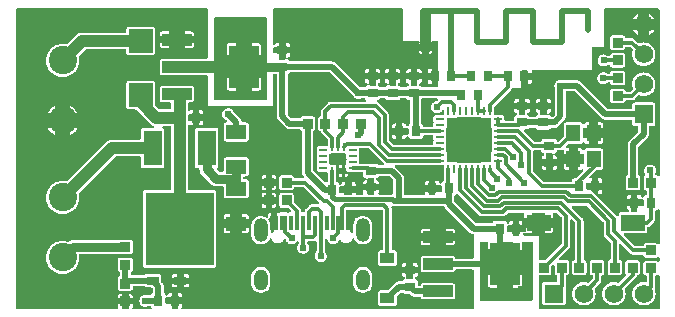
<source format=gtl>
G04 Layer: TopLayer*
G04 EasyEDA v6.5.15, 2022-10-09 22:19:18*
G04 792860b319f64621ac1ba377023e4090,0b3a2bb33c9248688526e96ab25d6e06,10*
G04 Gerber Generator version 0.2*
G04 Scale: 100 percent, Rotated: No, Reflected: No *
G04 Dimensions in millimeters *
G04 leading zeros omitted , absolute positions ,4 integer and 5 decimal *
%FSLAX45Y45*%
%MOMM*%

%AMMACRO1*21,1,$1,$2,0,0,$3*%
%ADD10C,0.5000*%
%ADD11C,0.8000*%
%ADD12C,1.0000*%
%ADD13C,0.3000*%
%ADD14C,0.5080*%
%ADD15C,0.4000*%
%ADD16C,0.8890*%
%ADD17R,1.2000X1.4000*%
%ADD18R,0.8000X0.9000*%
%ADD19R,1.0000X0.7500*%
%ADD20MACRO1,0.864X0.8065X0.0000*%
%ADD21R,0.8640X0.8065*%
%ADD22R,0.9000X0.8000*%
%ADD23R,1.1500X0.9500*%
%ADD24MACRO1,1.701X1.2075X0.0000*%
%ADD25R,1.7010X1.2075*%
%ADD26R,2.0000X1.3800*%
%ADD27C,0.8890*%
%ADD28C,0.5080*%
%ADD29MACRO1,0.864X0.8065X90.0000*%
%ADD30MACRO1,0.864X0.8065X-90.0000*%
%ADD31R,1.6000X3.0000*%
%ADD32R,5.8000X6.2000*%
%ADD33MACRO1,0.98X2.47X-90.0000*%
%ADD34MACRO1,3.6X2.47X90.0000*%
%ADD35R,0.8000X0.8640*%
%ADD36R,0.2800X0.6500*%
%ADD37R,0.6500X0.2800*%
%ADD38R,3.8000X3.8000*%
%ADD39R,0.6750X0.2800*%
%ADD40R,0.2800X0.6750*%
%ADD41R,0.3000X1.3000*%
%ADD42R,2.0000X2.0000*%
%ADD43C,2.4000*%
%ADD44O,1.1999976X1.7999964*%
%ADD45O,1.1999976X1.9999959999999999*%
%ADD46R,1.5748X1.5748*%
%ADD47C,1.5748*%
%ADD48C,0.6096*%
%ADD49C,0.0132*%

%LPD*%
G36*
X2949092Y1905507D02*
G01*
X2945180Y1906320D01*
X2942234Y1907539D01*
X2939084Y1909724D01*
X2735326Y2113381D01*
X2728366Y2118664D01*
X2720898Y2122424D01*
X2712770Y2124710D01*
X2703931Y2125522D01*
X2351125Y2125522D01*
X2347722Y2126081D01*
X2344775Y2127758D01*
X2342489Y2130298D01*
X2340914Y2132787D01*
X2337663Y2136038D01*
X2333752Y2138476D01*
X2328367Y2140356D01*
X2324811Y2142490D01*
X2322423Y2145893D01*
X2321560Y2150160D01*
X2322423Y2154224D01*
X2324811Y2157628D01*
X2328367Y2159762D01*
X2333752Y2161641D01*
X2337663Y2164080D01*
X2340914Y2167331D01*
X2343302Y2171192D01*
X2344877Y2175510D01*
X2345385Y2180640D01*
X2345385Y2193696D01*
X2308758Y2193696D01*
X2308758Y2150719D01*
X2308047Y2146858D01*
X2305761Y2143556D01*
X2302459Y2141321D01*
X2298598Y2140559D01*
X2261209Y2140559D01*
X2257348Y2141321D01*
X2254046Y2143556D01*
X2251811Y2146858D01*
X2251100Y2150719D01*
X2251100Y2193696D01*
X2210155Y2193696D01*
X2206244Y2194458D01*
X2202942Y2196693D01*
X2200757Y2199995D01*
X2199995Y2203856D01*
X2199995Y2236216D01*
X2200757Y2240127D01*
X2202942Y2243429D01*
X2206244Y2245614D01*
X2210155Y2246376D01*
X2251100Y2246376D01*
X2251100Y2280564D01*
X2235454Y2280564D01*
X2230374Y2279954D01*
X2226056Y2278481D01*
X2222195Y2276043D01*
X2215743Y2269388D01*
X2211628Y2267813D01*
X2207361Y2268118D01*
X2203500Y2270201D01*
X2200910Y2273655D01*
X2199995Y2277872D01*
X2199995Y2563926D01*
X2200757Y2567838D01*
X2202942Y2571140D01*
X2206244Y2573324D01*
X2210155Y2574086D01*
X3289808Y2574086D01*
X3293770Y2573324D01*
X3296970Y2571140D01*
X3299206Y2567838D01*
X3299968Y2563926D01*
X3299968Y2301036D01*
X3301034Y2300020D01*
X3433013Y2300020D01*
X3437331Y2299055D01*
X3440836Y2296414D01*
X3442868Y2292553D01*
X3443071Y2288133D01*
X3441395Y2284069D01*
X3435858Y2275992D01*
X3434029Y2272080D01*
X3463442Y2272080D01*
X3463442Y2289860D01*
X3464204Y2293772D01*
X3466439Y2297023D01*
X3469741Y2299258D01*
X3473602Y2300020D01*
X3510432Y2300020D01*
X3514344Y2299258D01*
X3517595Y2297023D01*
X3519881Y2293772D01*
X3520592Y2289860D01*
X3520592Y2272080D01*
X3550056Y2272080D01*
X3548227Y2275992D01*
X3542639Y2284069D01*
X3540963Y2288133D01*
X3541217Y2292553D01*
X3543249Y2296414D01*
X3546754Y2299055D01*
X3551021Y2300020D01*
X3589832Y2300020D01*
X3593693Y2299258D01*
X3596995Y2297023D01*
X3599230Y2293772D01*
X3600043Y2289860D01*
X3600043Y2075586D01*
X3599027Y2071370D01*
X3596436Y2067915D01*
X3596436Y2026361D01*
X3599027Y2022856D01*
X3600043Y2018639D01*
X3600043Y1981250D01*
X3599027Y1977034D01*
X3596436Y1973529D01*
X3596436Y1931974D01*
X3599027Y1928520D01*
X3600043Y1924304D01*
X3600043Y1915668D01*
X3599230Y1911807D01*
X3596995Y1908505D01*
X3593693Y1906270D01*
X3589832Y1905507D01*
X3465677Y1905507D01*
X3462274Y1906066D01*
X3459327Y1907743D01*
X3457041Y1910283D01*
X3455466Y1912823D01*
X3452215Y1916074D01*
X3448304Y1918512D01*
X3442919Y1920392D01*
X3439363Y1922525D01*
X3436975Y1925929D01*
X3436112Y1930196D01*
X3436975Y1934260D01*
X3439363Y1937664D01*
X3442919Y1939798D01*
X3448304Y1941677D01*
X3452215Y1944116D01*
X3455466Y1947367D01*
X3457854Y1951228D01*
X3459429Y1955546D01*
X3459987Y1960676D01*
X3459987Y1973732D01*
X3423361Y1973732D01*
X3423361Y1930755D01*
X3422548Y1926894D01*
X3420313Y1923592D01*
X3417011Y1921357D01*
X3413150Y1920595D01*
X3375761Y1920595D01*
X3371900Y1921357D01*
X3368598Y1923592D01*
X3366363Y1926894D01*
X3365652Y1930755D01*
X3365652Y1973732D01*
X3329025Y1973732D01*
X3329025Y1960676D01*
X3329584Y1955546D01*
X3331057Y1951228D01*
X3333546Y1947367D01*
X3336747Y1944116D01*
X3340608Y1941677D01*
X3346043Y1939798D01*
X3349548Y1937664D01*
X3351936Y1934260D01*
X3352850Y1929993D01*
X3351936Y1925929D01*
X3349548Y1922525D01*
X3346043Y1920392D01*
X3340608Y1918512D01*
X3336747Y1916074D01*
X3333546Y1912823D01*
X3331870Y1910283D01*
X3329584Y1907743D01*
X3326637Y1906066D01*
X3323285Y1905507D01*
X3285591Y1905507D01*
X3282187Y1906066D01*
X3279241Y1907743D01*
X3276955Y1910283D01*
X3275380Y1912823D01*
X3272129Y1916074D01*
X3268217Y1918512D01*
X3262833Y1920392D01*
X3259277Y1922525D01*
X3256889Y1925929D01*
X3256026Y1930196D01*
X3256889Y1934260D01*
X3259277Y1937664D01*
X3262833Y1939798D01*
X3268217Y1941677D01*
X3272129Y1944116D01*
X3275380Y1947367D01*
X3277768Y1951228D01*
X3279292Y1955546D01*
X3279851Y1960676D01*
X3279851Y1973732D01*
X3243224Y1973732D01*
X3243224Y1930755D01*
X3242513Y1926894D01*
X3240227Y1923592D01*
X3236925Y1921357D01*
X3233064Y1920595D01*
X3195675Y1920595D01*
X3191814Y1921357D01*
X3188512Y1923592D01*
X3186277Y1926894D01*
X3185515Y1930755D01*
X3185515Y1973732D01*
X3148888Y1973732D01*
X3148888Y1960676D01*
X3149447Y1955546D01*
X3150971Y1951228D01*
X3153410Y1947367D01*
X3156661Y1944116D01*
X3160522Y1941677D01*
X3165957Y1939798D01*
X3169462Y1937664D01*
X3171850Y1934260D01*
X3172764Y1929993D01*
X3171850Y1925929D01*
X3169462Y1922525D01*
X3165957Y1920392D01*
X3160522Y1918512D01*
X3156661Y1916074D01*
X3153410Y1912823D01*
X3151784Y1910283D01*
X3149498Y1907743D01*
X3146552Y1906066D01*
X3143199Y1905507D01*
X3115614Y1905507D01*
X3112262Y1906066D01*
X3109315Y1907743D01*
X3107029Y1910283D01*
X3105404Y1912823D01*
X3102254Y1916074D01*
X3098292Y1918512D01*
X3092958Y1920392D01*
X3089351Y1922525D01*
X3086963Y1925929D01*
X3086150Y1930196D01*
X3086963Y1934260D01*
X3089351Y1937664D01*
X3092958Y1939798D01*
X3098292Y1941677D01*
X3102254Y1944116D01*
X3105404Y1947367D01*
X3107842Y1951228D01*
X3109366Y1955546D01*
X3109925Y1960676D01*
X3109925Y1973732D01*
X3073298Y1973732D01*
X3073298Y1930755D01*
X3072536Y1926894D01*
X3070301Y1923592D01*
X3066999Y1921357D01*
X3063138Y1920595D01*
X3025800Y1920595D01*
X3021888Y1921357D01*
X3018586Y1923592D01*
X3016402Y1926894D01*
X3015589Y1930755D01*
X3015589Y1973732D01*
X2978962Y1973732D01*
X2978962Y1960676D01*
X2979521Y1955546D01*
X2981045Y1951228D01*
X2983534Y1947367D01*
X2986684Y1944116D01*
X2990596Y1941677D01*
X2995980Y1939798D01*
X2999536Y1937664D01*
X3001924Y1934260D01*
X3002788Y1929993D01*
X3001924Y1925929D01*
X2999536Y1922525D01*
X2995980Y1920392D01*
X2990596Y1918512D01*
X2986684Y1916074D01*
X2983534Y1912823D01*
X2981858Y1910283D01*
X2979572Y1907743D01*
X2976626Y1906066D01*
X2973324Y1905507D01*
G37*

%LPC*%
G36*
X3509568Y2028799D02*
G01*
X3543808Y2028799D01*
X3543808Y2065426D01*
X3530650Y2065426D01*
X3525520Y2064867D01*
X3521201Y2063343D01*
X3517341Y2060905D01*
X3514090Y2057704D01*
X3511702Y2053793D01*
X3510229Y2049475D01*
X3509568Y2044395D01*
G37*
G36*
X3329025Y2026412D02*
G01*
X3365652Y2026412D01*
X3365652Y2060600D01*
X3350006Y2060600D01*
X3344926Y2059990D01*
X3340608Y2058517D01*
X3336747Y2056079D01*
X3333546Y2052828D01*
X3331057Y2048967D01*
X3329584Y2044649D01*
X3329025Y2039518D01*
G37*
G36*
X3148888Y2026412D02*
G01*
X3185515Y2026412D01*
X3185515Y2060600D01*
X3169920Y2060600D01*
X3164840Y2059990D01*
X3160522Y2058517D01*
X3156661Y2056079D01*
X3153410Y2052828D01*
X3150971Y2048967D01*
X3149447Y2044649D01*
X3148888Y2039518D01*
G37*
G36*
X3073298Y2026412D02*
G01*
X3109925Y2026412D01*
X3109925Y2039518D01*
X3109366Y2044649D01*
X3107842Y2048967D01*
X3105404Y2052828D01*
X3102254Y2056079D01*
X3098292Y2058517D01*
X3093974Y2059990D01*
X3088894Y2060600D01*
X3073298Y2060600D01*
G37*
G36*
X2978962Y2026412D02*
G01*
X3015589Y2026412D01*
X3015589Y2060600D01*
X2999994Y2060600D01*
X2994964Y2059990D01*
X2990596Y2058517D01*
X2986684Y2056079D01*
X2983534Y2052828D01*
X2981045Y2048967D01*
X2979521Y2044649D01*
X2978962Y2039518D01*
G37*
G36*
X3423361Y2026412D02*
G01*
X3459987Y2026412D01*
X3459987Y2039518D01*
X3459429Y2044649D01*
X3457854Y2048967D01*
X3455466Y2052828D01*
X3452215Y2056079D01*
X3448304Y2058517D01*
X3443986Y2059990D01*
X3438906Y2060600D01*
X3423361Y2060600D01*
G37*
G36*
X3530650Y1934464D02*
G01*
X3543808Y1934464D01*
X3543808Y1971090D01*
X3509568Y1971090D01*
X3509568Y1955495D01*
X3510229Y1950415D01*
X3511702Y1946097D01*
X3514090Y1942185D01*
X3517341Y1938985D01*
X3521201Y1936546D01*
X3525520Y1935022D01*
G37*
G36*
X3243224Y2026412D02*
G01*
X3279851Y2026412D01*
X3279851Y2039518D01*
X3279292Y2044649D01*
X3277768Y2048967D01*
X3275380Y2052828D01*
X3272129Y2056079D01*
X3268217Y2058517D01*
X3263950Y2059990D01*
X3258820Y2060600D01*
X3243224Y2060600D01*
G37*
G36*
X3520592Y2185365D02*
G01*
X3522167Y2186025D01*
X3531006Y2191613D01*
X3538829Y2198573D01*
X3545484Y2206650D01*
X3550259Y2214930D01*
X3520592Y2214930D01*
G37*
G36*
X3463442Y2185365D02*
G01*
X3463442Y2214930D01*
X3433826Y2214930D01*
X3438601Y2206650D01*
X3445256Y2198573D01*
X3453079Y2191613D01*
X3461918Y2186025D01*
G37*
G36*
X2308758Y2246376D02*
G01*
X2345385Y2246376D01*
X2345385Y2259482D01*
X2344877Y2264613D01*
X2343302Y2268931D01*
X2340914Y2272792D01*
X2337663Y2276043D01*
X2333752Y2278481D01*
X2329484Y2279954D01*
X2324354Y2280564D01*
X2308758Y2280564D01*
G37*

%LPD*%
G36*
X1710131Y1799996D02*
G01*
X1706270Y1800809D01*
X1702968Y1802993D01*
X1700733Y1806295D01*
X1700022Y1810156D01*
X1700022Y2489860D01*
X1700733Y2493772D01*
X1702968Y2497023D01*
X1706270Y2499258D01*
X1710131Y2500020D01*
X2139797Y2500020D01*
X2143709Y2499258D01*
X2147011Y2497023D01*
X2149195Y2493772D01*
X2149957Y2489860D01*
X2149957Y1810156D01*
X2149195Y1806295D01*
X2147011Y1802993D01*
X2143709Y1800809D01*
X2139797Y1799996D01*
G37*

%LPC*%
G36*
X1830527Y1879498D02*
G01*
X1885391Y1879498D01*
X1885391Y1983689D01*
X1809496Y1983689D01*
X1809496Y1900580D01*
X1810054Y1895449D01*
X1811578Y1891131D01*
X1814017Y1887270D01*
X1817268Y1884070D01*
X1821129Y1881632D01*
X1825447Y1880107D01*
G37*
G36*
X2021586Y1879498D02*
G01*
X2076399Y1879498D01*
X2081580Y1880107D01*
X2085898Y1881632D01*
X2089759Y1884070D01*
X2092960Y1887270D01*
X2095398Y1891131D01*
X2096871Y1895449D01*
X2097481Y1900580D01*
X2097481Y1983689D01*
X2021586Y1983689D01*
G37*
G36*
X1809496Y2176373D02*
G01*
X1885391Y2176373D01*
X1885391Y2280513D01*
X1830527Y2280513D01*
X1825447Y2279954D01*
X1821129Y2278430D01*
X1817268Y2275992D01*
X1814017Y2272741D01*
X1811578Y2268880D01*
X1810054Y2264562D01*
X1809496Y2259431D01*
G37*
G36*
X2021586Y2176373D02*
G01*
X2097481Y2176373D01*
X2097481Y2259431D01*
X2096871Y2264562D01*
X2095398Y2268880D01*
X2092960Y2272741D01*
X2089759Y2275992D01*
X2085898Y2278430D01*
X2081580Y2279954D01*
X2076399Y2280513D01*
X2021586Y2280513D01*
G37*

%LPD*%
G36*
X3480409Y1570532D02*
G01*
X3476802Y1571193D01*
X3473704Y1573123D01*
X3471418Y1576019D01*
X3470351Y1579524D01*
X3469741Y1584655D01*
X3468268Y1588973D01*
X3465880Y1592884D01*
X3462578Y1596085D01*
X3460242Y1597558D01*
X3457701Y1599844D01*
X3456025Y1602841D01*
X3455466Y1606194D01*
X3455466Y1804365D01*
X3456228Y1808276D01*
X3458514Y1811528D01*
X3461715Y1813763D01*
X3465677Y1814525D01*
X3589731Y1814525D01*
X3593693Y1813763D01*
X3596944Y1811528D01*
X3599129Y1808276D01*
X3599891Y1804365D01*
X3599129Y1800453D01*
X3596944Y1797202D01*
X3593541Y1793798D01*
X3590848Y1791868D01*
X3587800Y1790903D01*
X3578606Y1789684D01*
X3569919Y1786889D01*
X3561943Y1782521D01*
X3554780Y1776831D01*
X3548786Y1769973D01*
X3544062Y1762150D01*
X3540861Y1753565D01*
X3539236Y1744573D01*
X3539236Y1735480D01*
X3540861Y1726488D01*
X3544062Y1717903D01*
X3548786Y1710080D01*
X3554780Y1703222D01*
X3561943Y1697532D01*
X3569919Y1693164D01*
X3578606Y1690370D01*
X3583178Y1689760D01*
X3587242Y1688287D01*
X3590493Y1684832D01*
X3593134Y1687830D01*
X3596944Y1689607D01*
X3605682Y1691589D01*
X3614115Y1695196D01*
X3621735Y1700225D01*
X3628390Y1706524D01*
X3632098Y1711706D01*
X3635298Y1714550D01*
X3639261Y1715820D01*
X3643477Y1715414D01*
X3647084Y1713280D01*
X3649573Y1709877D01*
X3650487Y1705711D01*
X3650487Y1679702D01*
X3649675Y1675790D01*
X3647541Y1672488D01*
X3644188Y1670304D01*
X3640328Y1669542D01*
X3599230Y1669542D01*
X3595166Y1670405D01*
X3591763Y1672843D01*
X3590493Y1674875D01*
X3589528Y1673047D01*
X3586073Y1670456D01*
X3581806Y1669542D01*
X3575202Y1668932D01*
X3570884Y1667408D01*
X3567023Y1665020D01*
X3563721Y1661769D01*
X3561283Y1657908D01*
X3559810Y1653590D01*
X3559200Y1648460D01*
X3559200Y1621586D01*
X3559810Y1616456D01*
X3560927Y1613357D01*
X3561486Y1610004D01*
X3560927Y1606651D01*
X3559810Y1603552D01*
X3559200Y1598472D01*
X3559200Y1580692D01*
X3558438Y1576781D01*
X3556254Y1573479D01*
X3552951Y1571294D01*
X3549040Y1570532D01*
G37*

%LPD*%
G36*
X3223920Y1420520D02*
G01*
X3220059Y1421282D01*
X3216757Y1423466D01*
X3188309Y1451864D01*
X3186125Y1455166D01*
X3185363Y1459026D01*
X3185363Y1669491D01*
X3184550Y1677365D01*
X3182213Y1684426D01*
X3178454Y1690928D01*
X3174695Y1695399D01*
X3095345Y1774748D01*
X3089198Y1779727D01*
X3087319Y1780692D01*
X3083966Y1783384D01*
X3082086Y1787245D01*
X3081934Y1791563D01*
X3083560Y1795525D01*
X3086709Y1798472D01*
X3090773Y1799843D01*
X3093974Y1800199D01*
X3098292Y1801672D01*
X3102254Y1804111D01*
X3105404Y1807362D01*
X3106928Y1809750D01*
X3109264Y1812289D01*
X3112211Y1813966D01*
X3115513Y1814525D01*
X3143300Y1814525D01*
X3146704Y1813966D01*
X3149650Y1812289D01*
X3151886Y1809750D01*
X3153410Y1807362D01*
X3156661Y1804111D01*
X3160522Y1801672D01*
X3164840Y1800199D01*
X3169920Y1799589D01*
X3258820Y1799589D01*
X3263950Y1800199D01*
X3268217Y1801672D01*
X3272129Y1804111D01*
X3275380Y1807362D01*
X3276854Y1809750D01*
X3279140Y1812289D01*
X3282086Y1813966D01*
X3285490Y1814525D01*
X3323386Y1814525D01*
X3326739Y1813966D01*
X3329686Y1812289D01*
X3331972Y1809750D01*
X3333546Y1807362D01*
X3336747Y1804111D01*
X3340608Y1801672D01*
X3344926Y1800199D01*
X3350006Y1799589D01*
X3354324Y1799589D01*
X3358184Y1798828D01*
X3361486Y1796643D01*
X3363722Y1793341D01*
X3364534Y1789430D01*
X3364534Y1606346D01*
X3363925Y1602994D01*
X3362248Y1599996D01*
X3359759Y1597761D01*
X3357118Y1596085D01*
X3353866Y1592884D01*
X3351479Y1588973D01*
X3349548Y1583588D01*
X3347415Y1580032D01*
X3344011Y1577644D01*
X3339795Y1576781D01*
X3335731Y1577644D01*
X3332327Y1580032D01*
X3330143Y1583588D01*
X3328263Y1588973D01*
X3325825Y1592884D01*
X3322574Y1596085D01*
X3318713Y1598523D01*
X3314395Y1600047D01*
X3309264Y1600606D01*
X3296259Y1600606D01*
X3296259Y1563979D01*
X3339236Y1563979D01*
X3343097Y1563217D01*
X3346348Y1560982D01*
X3348634Y1557680D01*
X3349345Y1553819D01*
X3349345Y1516430D01*
X3348634Y1512570D01*
X3346348Y1509268D01*
X3343097Y1507032D01*
X3339236Y1506270D01*
X3296259Y1506270D01*
X3296259Y1469644D01*
X3309264Y1469644D01*
X3314395Y1470202D01*
X3318713Y1471726D01*
X3322574Y1474165D01*
X3325825Y1477365D01*
X3328263Y1481277D01*
X3330143Y1486662D01*
X3332327Y1490218D01*
X3335731Y1492605D01*
X3339947Y1493469D01*
X3344011Y1492605D01*
X3347415Y1490218D01*
X3349548Y1486662D01*
X3351479Y1481277D01*
X3353866Y1477365D01*
X3357118Y1474165D01*
X3360978Y1471726D01*
X3365296Y1470202D01*
X3370427Y1469644D01*
X3449269Y1469644D01*
X3454450Y1470202D01*
X3458718Y1471726D01*
X3462578Y1474165D01*
X3465880Y1477365D01*
X3468268Y1481277D01*
X3469741Y1485595D01*
X3470300Y1490522D01*
X3471367Y1494028D01*
X3473704Y1496923D01*
X3476802Y1498854D01*
X3480409Y1499514D01*
X3549040Y1499514D01*
X3552951Y1498752D01*
X3556254Y1496568D01*
X3558438Y1493266D01*
X3559200Y1489354D01*
X3559200Y1471574D01*
X3559810Y1466494D01*
X3560927Y1463395D01*
X3561486Y1460042D01*
X3560927Y1456690D01*
X3559810Y1453591D01*
X3559200Y1448460D01*
X3559200Y1430680D01*
X3558438Y1426768D01*
X3556254Y1423466D01*
X3552951Y1421282D01*
X3549040Y1420520D01*
G37*

%LPC*%
G36*
X3230473Y1469644D02*
G01*
X3243529Y1469644D01*
X3243529Y1506270D01*
X3209391Y1506270D01*
X3209391Y1490675D01*
X3209950Y1485595D01*
X3211423Y1481277D01*
X3213862Y1477365D01*
X3217113Y1474165D01*
X3220974Y1471726D01*
X3225292Y1470202D01*
G37*
G36*
X3209391Y1563979D02*
G01*
X3243529Y1563979D01*
X3243529Y1600606D01*
X3230473Y1600606D01*
X3225292Y1600047D01*
X3220974Y1598523D01*
X3217113Y1596085D01*
X3213862Y1592884D01*
X3211423Y1588973D01*
X3209950Y1584655D01*
X3209391Y1579575D01*
G37*

%LPD*%
G36*
X3809949Y1263040D02*
G01*
X3806647Y1263599D01*
X3803497Y1264716D01*
X3798468Y1265275D01*
X3771595Y1265275D01*
X3769918Y1265072D01*
X3765702Y1265478D01*
X3761994Y1267612D01*
X3759504Y1271016D01*
X3758641Y1275181D01*
X3758641Y1358696D01*
X3675126Y1358696D01*
X3671011Y1359560D01*
X3667607Y1362049D01*
X3665474Y1365758D01*
X3665016Y1369974D01*
X3665220Y1371600D01*
X3665220Y1398473D01*
X3664661Y1403553D01*
X3663543Y1406652D01*
X3662984Y1410004D01*
X3663543Y1413357D01*
X3664661Y1416456D01*
X3665220Y1421587D01*
X3665220Y1448460D01*
X3664661Y1453591D01*
X3663543Y1456690D01*
X3662984Y1460042D01*
X3663543Y1463395D01*
X3664661Y1466494D01*
X3665220Y1471574D01*
X3665220Y1498447D01*
X3664661Y1503578D01*
X3663543Y1506677D01*
X3662984Y1510030D01*
X3663543Y1513382D01*
X3664661Y1516481D01*
X3665220Y1521612D01*
X3665220Y1548434D01*
X3665016Y1550060D01*
X3665474Y1554276D01*
X3667607Y1557985D01*
X3671011Y1560474D01*
X3675126Y1561388D01*
X3758641Y1561388D01*
X3758641Y1644853D01*
X3759504Y1649018D01*
X3761994Y1652422D01*
X3765702Y1654556D01*
X3769918Y1654962D01*
X3771595Y1654759D01*
X3798468Y1654759D01*
X3803497Y1655368D01*
X3806647Y1656435D01*
X3809949Y1656994D01*
X3813301Y1656435D01*
X3816400Y1655368D01*
X3821531Y1654759D01*
X3848404Y1654759D01*
X3853586Y1655368D01*
X3856634Y1656435D01*
X3860037Y1656994D01*
X3863340Y1656435D01*
X3866438Y1655368D01*
X3871518Y1654759D01*
X3898392Y1654759D01*
X3903573Y1655368D01*
X3906621Y1656435D01*
X3909974Y1656994D01*
X3913327Y1656435D01*
X3916426Y1655368D01*
X3921607Y1654759D01*
X3948379Y1654759D01*
X3950004Y1654962D01*
X3954272Y1654556D01*
X3957929Y1652422D01*
X3960418Y1649018D01*
X3961333Y1644853D01*
X3961333Y1561388D01*
X4044797Y1561388D01*
X4048963Y1560474D01*
X4052366Y1557985D01*
X4054500Y1554276D01*
X4054957Y1550060D01*
X4054754Y1548434D01*
X4054754Y1521612D01*
X4055313Y1516481D01*
X4056430Y1513382D01*
X4056938Y1510030D01*
X4056430Y1506677D01*
X4055313Y1503578D01*
X4054754Y1498447D01*
X4054754Y1471574D01*
X4055313Y1466494D01*
X4056430Y1463395D01*
X4056938Y1460042D01*
X4056430Y1456690D01*
X4055313Y1453591D01*
X4054754Y1448460D01*
X4054754Y1421587D01*
X4055313Y1416456D01*
X4056430Y1413357D01*
X4056938Y1410004D01*
X4056430Y1406652D01*
X4055313Y1403553D01*
X4054754Y1398473D01*
X4054754Y1371600D01*
X4054957Y1369974D01*
X4054500Y1365758D01*
X4052366Y1362049D01*
X4048963Y1359560D01*
X4044797Y1358696D01*
X3961333Y1358696D01*
X3961333Y1275181D01*
X3960418Y1271016D01*
X3957929Y1267612D01*
X3954272Y1265478D01*
X3950004Y1265072D01*
X3948379Y1265275D01*
X3921607Y1265275D01*
X3916426Y1264716D01*
X3913327Y1263599D01*
X3909974Y1263040D01*
X3906621Y1263599D01*
X3903573Y1264716D01*
X3898392Y1265275D01*
X3871518Y1265275D01*
X3866438Y1264716D01*
X3863340Y1263599D01*
X3860037Y1263040D01*
X3856634Y1263599D01*
X3853586Y1264716D01*
X3848404Y1265275D01*
X3821531Y1265275D01*
X3816400Y1264716D01*
X3813301Y1263599D01*
G37*

%LPD*%
G36*
X3101035Y1245616D02*
G01*
X3097682Y1246174D01*
X3094685Y1247800D01*
X3092500Y1250340D01*
X3090926Y1252728D01*
X3087725Y1255979D01*
X3083864Y1258417D01*
X3079496Y1259890D01*
X3074466Y1260500D01*
X2940558Y1260500D01*
X2936697Y1261262D01*
X2933395Y1263497D01*
X2931261Y1266799D01*
X2930448Y1270660D01*
X2930448Y1288440D01*
X2929890Y1293571D01*
X2928772Y1296670D01*
X2928162Y1300022D01*
X2928772Y1303375D01*
X2929890Y1306474D01*
X2930448Y1311605D01*
X2930448Y1338478D01*
X2929890Y1343558D01*
X2928772Y1346657D01*
X2928162Y1350010D01*
X2928772Y1353362D01*
X2929890Y1356461D01*
X2930448Y1361592D01*
X2930448Y1384350D01*
X2931261Y1388262D01*
X2933395Y1391564D01*
X2936697Y1393748D01*
X2940558Y1394510D01*
X3001111Y1394510D01*
X3004921Y1393748D01*
X3008223Y1391564D01*
X3136849Y1262938D01*
X3139084Y1259636D01*
X3139897Y1255776D01*
X3139084Y1251864D01*
X3136849Y1248562D01*
X3133547Y1246378D01*
X3129686Y1245616D01*
G37*

%LPD*%
G36*
X2645918Y1102309D02*
G01*
X2642209Y1103172D01*
X2639060Y1105306D01*
X2565704Y1178610D01*
X2563418Y1182116D01*
X2563164Y1184097D01*
X2561132Y1184452D01*
X2557627Y1186738D01*
X2543098Y1201216D01*
X2540914Y1204518D01*
X2540152Y1208430D01*
X2540152Y1530350D01*
X2540711Y1533702D01*
X2542336Y1536700D01*
X2544927Y1538935D01*
X2547721Y1540713D01*
X2551023Y1543964D01*
X2553411Y1547825D01*
X2554884Y1552143D01*
X2555494Y1557274D01*
X2555494Y1642516D01*
X2554884Y1647647D01*
X2553411Y1651965D01*
X2551023Y1655825D01*
X2547721Y1659077D01*
X2543911Y1661515D01*
X2539593Y1663039D01*
X2534412Y1663598D01*
X2454910Y1663598D01*
X2449779Y1663039D01*
X2445461Y1661515D01*
X2441600Y1659077D01*
X2438349Y1655825D01*
X2433777Y1648510D01*
X2430373Y1646224D01*
X2426411Y1645412D01*
X2363165Y1645412D01*
X2359304Y1646174D01*
X2356002Y1648358D01*
X2328418Y1675892D01*
X2326284Y1679193D01*
X2325471Y1683105D01*
X2325471Y2011527D01*
X2326284Y2015591D01*
X2328773Y2018995D01*
X2332278Y2021128D01*
X2333752Y2021636D01*
X2337663Y2024075D01*
X2340914Y2027326D01*
X2342388Y2029764D01*
X2344674Y2032304D01*
X2347722Y2033930D01*
X2351024Y2034539D01*
X2681427Y2034539D01*
X2685288Y2033727D01*
X2688590Y2031542D01*
X2874772Y1845360D01*
X2877058Y1841703D01*
X2878531Y1837893D01*
X2883204Y1830070D01*
X2889199Y1823212D01*
X2896362Y1817522D01*
X2904388Y1813153D01*
X2913075Y1810359D01*
X2922168Y1809140D01*
X2931261Y1809546D01*
X2940202Y1811578D01*
X2945180Y1813712D01*
X2949143Y1814525D01*
X2973425Y1814525D01*
X2976727Y1813966D01*
X2979674Y1812289D01*
X2981960Y1809750D01*
X2983534Y1807362D01*
X2989681Y1801012D01*
X2991154Y1796999D01*
X2990799Y1792732D01*
X2988716Y1788972D01*
X2985262Y1786432D01*
X2981147Y1785518D01*
X2690368Y1785518D01*
X2682494Y1784654D01*
X2675432Y1782368D01*
X2668981Y1778609D01*
X2664409Y1774748D01*
X2620670Y1730705D01*
X2615641Y1724507D01*
X2612288Y1717903D01*
X2610358Y1710588D01*
X2609900Y1704898D01*
X2609900Y1673148D01*
X2609240Y1669542D01*
X2607310Y1666392D01*
X2604414Y1664157D01*
X2596083Y1661515D01*
X2592222Y1659077D01*
X2589022Y1655825D01*
X2586634Y1651965D01*
X2585059Y1647647D01*
X2584500Y1642516D01*
X2584500Y1557274D01*
X2585059Y1552143D01*
X2586634Y1547825D01*
X2589022Y1543964D01*
X2592222Y1540713D01*
X2596083Y1538274D01*
X2605836Y1535176D01*
X2609088Y1532026D01*
X2612948Y1520291D01*
X2616708Y1513738D01*
X2620467Y1509318D01*
X2661513Y1468272D01*
X2663748Y1464970D01*
X2664460Y1461109D01*
X2664460Y1419656D01*
X2663748Y1415796D01*
X2661513Y1412494D01*
X2658211Y1410309D01*
X2654350Y1409496D01*
X2590596Y1409496D01*
X2585516Y1408938D01*
X2581198Y1407414D01*
X2577338Y1404975D01*
X2574036Y1401775D01*
X2571597Y1397914D01*
X2570073Y1393596D01*
X2569514Y1388465D01*
X2569514Y1361592D01*
X2570073Y1356461D01*
X2571191Y1353362D01*
X2571800Y1350010D01*
X2571191Y1346657D01*
X2570073Y1343558D01*
X2569514Y1338478D01*
X2569514Y1311605D01*
X2570073Y1306474D01*
X2571191Y1303375D01*
X2571800Y1300022D01*
X2571191Y1296670D01*
X2570073Y1293571D01*
X2569514Y1288440D01*
X2569514Y1261567D01*
X2570073Y1256487D01*
X2571191Y1253388D01*
X2571800Y1250035D01*
X2571191Y1246682D01*
X2570073Y1243584D01*
X2569514Y1238453D01*
X2569514Y1211580D01*
X2570073Y1206449D01*
X2571597Y1202131D01*
X2573375Y1199337D01*
X2574747Y1195730D01*
X2578354Y1194409D01*
X2581198Y1192631D01*
X2585516Y1191107D01*
X2590596Y1190498D01*
X2654350Y1190498D01*
X2658211Y1189736D01*
X2661513Y1187551D01*
X2663748Y1184249D01*
X2664460Y1180338D01*
X2664460Y1115110D01*
X2663850Y1111504D01*
X2661869Y1108354D01*
X2658973Y1106068D01*
X2649677Y1102918D01*
G37*

%LPD*%
G36*
X2823667Y998524D02*
G01*
X2819806Y999286D01*
X2816504Y1001521D01*
X2814269Y1004773D01*
X2813558Y1008684D01*
X2813558Y1011224D01*
X2770581Y1011224D01*
X2766720Y1011986D01*
X2763418Y1014221D01*
X2761132Y1017524D01*
X2760370Y1021384D01*
X2760370Y1058773D01*
X2761132Y1062634D01*
X2763418Y1065936D01*
X2766720Y1068171D01*
X2770581Y1068933D01*
X2813558Y1068933D01*
X2813558Y1105560D01*
X2800502Y1105560D01*
X2795320Y1105001D01*
X2791002Y1103477D01*
X2787142Y1101039D01*
X2783941Y1097838D01*
X2781452Y1093927D01*
X2779623Y1088542D01*
X2777490Y1084986D01*
X2774086Y1082598D01*
X2769768Y1081735D01*
X2765704Y1082598D01*
X2762300Y1084986D01*
X2760167Y1088542D01*
X2758338Y1093927D01*
X2755849Y1097838D01*
X2752648Y1101039D01*
X2748788Y1103477D01*
X2740964Y1106068D01*
X2738018Y1108354D01*
X2736138Y1111504D01*
X2735529Y1115110D01*
X2735529Y1134364D01*
X2735783Y1136802D01*
X2736596Y1139088D01*
X2736596Y1180998D01*
X2735783Y1183284D01*
X2735529Y1185672D01*
X2735427Y1200454D01*
X2734513Y1208278D01*
X2734513Y1211834D01*
X2735072Y1215136D01*
X2736596Y1218082D01*
X2736596Y1253032D01*
X2731414Y1252423D01*
X2728315Y1251356D01*
X2724962Y1250797D01*
X2721610Y1251356D01*
X2718511Y1252423D01*
X2713431Y1253032D01*
X2688234Y1253032D01*
X2684272Y1253794D01*
X2680970Y1255979D01*
X2678836Y1259281D01*
X2678023Y1263192D01*
X2678023Y1288440D01*
X2677464Y1293571D01*
X2676347Y1296670D01*
X2675788Y1300022D01*
X2676347Y1303375D01*
X2677464Y1306474D01*
X2678023Y1311605D01*
X2678023Y1336852D01*
X2678836Y1340764D01*
X2680970Y1344066D01*
X2684272Y1346250D01*
X2688234Y1347012D01*
X2713431Y1347012D01*
X2718511Y1347622D01*
X2721610Y1348689D01*
X2724962Y1349248D01*
X2728315Y1348689D01*
X2731414Y1347622D01*
X2736545Y1347012D01*
X2763418Y1347012D01*
X2768498Y1347622D01*
X2771597Y1348689D01*
X2775000Y1349248D01*
X2778302Y1348689D01*
X2781452Y1347622D01*
X2786532Y1347012D01*
X2811830Y1347012D01*
X2815691Y1346250D01*
X2818993Y1344066D01*
X2821127Y1340764D01*
X2821940Y1336852D01*
X2821940Y1311605D01*
X2822498Y1306474D01*
X2823565Y1303375D01*
X2824175Y1300022D01*
X2823565Y1296670D01*
X2822498Y1293571D01*
X2821940Y1288440D01*
X2821940Y1263192D01*
X2821279Y1259636D01*
X2819552Y1256588D01*
X2816707Y1254302D01*
X2813304Y1253134D01*
X2813304Y1221892D01*
X2817418Y1220266D01*
X2820466Y1217066D01*
X2821940Y1212850D01*
X2822498Y1206398D01*
X2824073Y1202131D01*
X2826461Y1198270D01*
X2829661Y1195070D01*
X2833928Y1191260D01*
X2835554Y1187246D01*
X2835300Y1184351D01*
X2837484Y1187551D01*
X2840736Y1189736D01*
X2844647Y1190498D01*
X2867761Y1190447D01*
X2876702Y1189532D01*
X2954375Y1189532D01*
X2958236Y1188720D01*
X2961538Y1186535D01*
X2963672Y1183233D01*
X2964484Y1179372D01*
X2964484Y1160576D01*
X2965043Y1155446D01*
X2966618Y1151128D01*
X2969006Y1147267D01*
X2972206Y1144016D01*
X2976118Y1141577D01*
X2981502Y1139698D01*
X2985109Y1137564D01*
X2987497Y1134160D01*
X2988310Y1129893D01*
X2987497Y1125829D01*
X2985109Y1122426D01*
X2981502Y1120292D01*
X2976118Y1118412D01*
X2972206Y1115974D01*
X2969006Y1112723D01*
X2966618Y1108862D01*
X2965043Y1104544D01*
X2964484Y1099413D01*
X2964484Y1086358D01*
X3001111Y1086358D01*
X3001111Y1129334D01*
X3001873Y1133195D01*
X3004159Y1136497D01*
X3007461Y1138732D01*
X3011271Y1139494D01*
X3048711Y1139494D01*
X3052572Y1138732D01*
X3055874Y1136497D01*
X3058058Y1133195D01*
X3058820Y1129334D01*
X3058820Y1086358D01*
X3095447Y1086358D01*
X3095447Y1099413D01*
X3094888Y1104544D01*
X3093364Y1108862D01*
X3090926Y1112723D01*
X3087725Y1115974D01*
X3083864Y1118412D01*
X3078429Y1120292D01*
X3074924Y1122426D01*
X3072536Y1125829D01*
X3071622Y1130096D01*
X3072536Y1134160D01*
X3074924Y1137564D01*
X3078429Y1139698D01*
X3083864Y1141577D01*
X3087725Y1144016D01*
X3090926Y1147267D01*
X3092602Y1149858D01*
X3094888Y1152398D01*
X3097834Y1154023D01*
X3101238Y1154582D01*
X3181400Y1154582D01*
X3185261Y1153820D01*
X3188563Y1151585D01*
X3215944Y1124102D01*
X3218129Y1120800D01*
X3218891Y1116939D01*
X3218891Y1008684D01*
X3218129Y1004773D01*
X3215944Y1001521D01*
X3212693Y999286D01*
X3208731Y998524D01*
X3103270Y998524D01*
X3099511Y999236D01*
X3096260Y1001318D01*
X3094075Y1004468D01*
X3093161Y1008227D01*
X3093669Y1012037D01*
X3094888Y1015441D01*
X3095447Y1020571D01*
X3095447Y1033678D01*
X3058820Y1033678D01*
X3058820Y1008684D01*
X3058058Y1004773D01*
X3055874Y1001521D01*
X3052572Y999286D01*
X3048711Y998524D01*
X3011271Y998524D01*
X3007461Y999286D01*
X3004159Y1001521D01*
X3001873Y1004773D01*
X3001111Y1008684D01*
X3001111Y1033678D01*
X2964484Y1033678D01*
X2964484Y1020571D01*
X2965043Y1015441D01*
X2966262Y1012037D01*
X2966821Y1008227D01*
X2965958Y1004468D01*
X2963672Y1001318D01*
X2960420Y999236D01*
X2956661Y998524D01*
X2910535Y998524D01*
X2906623Y999286D01*
X2903321Y1001521D01*
X2901188Y1004773D01*
X2900375Y1008684D01*
X2900375Y1011224D01*
X2866186Y1011224D01*
X2866186Y1008684D01*
X2865475Y1004773D01*
X2863240Y1001521D01*
X2859938Y999286D01*
X2856077Y998524D01*
G37*

%LPC*%
G36*
X2763316Y1221994D02*
G01*
X2786684Y1221994D01*
X2786684Y1253032D01*
X2781452Y1252423D01*
X2778302Y1251356D01*
X2775000Y1250797D01*
X2771597Y1251356D01*
X2768498Y1252423D01*
X2763316Y1253032D01*
G37*
G36*
X2866186Y1068933D02*
G01*
X2900375Y1068933D01*
X2900375Y1084529D01*
X2899765Y1089609D01*
X2898292Y1093927D01*
X2895854Y1097838D01*
X2892602Y1101039D01*
X2888742Y1103477D01*
X2884424Y1105001D01*
X2879293Y1105560D01*
X2866186Y1105560D01*
G37*
G36*
X2763418Y1144524D02*
G01*
X2768498Y1145082D01*
X2771597Y1146200D01*
X2775000Y1146759D01*
X2778302Y1146200D01*
X2781452Y1145082D01*
X2786684Y1144524D01*
X2786684Y1175562D01*
X2763316Y1175562D01*
G37*
G36*
X2813405Y1144524D02*
G01*
X2818536Y1145082D01*
X2822854Y1146606D01*
X2826715Y1149045D01*
X2829966Y1152296D01*
X2832404Y1156157D01*
X2833878Y1160475D01*
X2834538Y1165606D01*
X2834538Y1180338D01*
X2834843Y1182217D01*
X2833166Y1179068D01*
X2829661Y1176477D01*
X2825445Y1175562D01*
X2813304Y1175562D01*
G37*

%LPD*%
G36*
X3320084Y991514D02*
G01*
X3316224Y992327D01*
X3312922Y994511D01*
X3310686Y997813D01*
X3309975Y1001674D01*
X3309874Y1141526D01*
X3308654Y1150213D01*
X3306013Y1158189D01*
X3301949Y1165504D01*
X3296361Y1172362D01*
X3236722Y1232204D01*
X3234588Y1235506D01*
X3233775Y1239367D01*
X3234588Y1243279D01*
X3236722Y1246530D01*
X3240024Y1248765D01*
X3243986Y1249527D01*
X3611727Y1249527D01*
X3621684Y1250492D01*
X3640328Y1250543D01*
X3644188Y1249730D01*
X3647541Y1247546D01*
X3649675Y1244244D01*
X3650487Y1240383D01*
X3650386Y1220724D01*
X3649472Y1211732D01*
X3649472Y1123543D01*
X3648608Y1119479D01*
X3646220Y1116076D01*
X3642664Y1113942D01*
X3641191Y1113383D01*
X3637330Y1110945D01*
X3634028Y1107744D01*
X3631590Y1103833D01*
X3629761Y1098448D01*
X3627577Y1094892D01*
X3624173Y1092504D01*
X3619906Y1091641D01*
X3615842Y1092504D01*
X3612438Y1094892D01*
X3610356Y1098448D01*
X3608425Y1103833D01*
X3606037Y1107744D01*
X3602736Y1110945D01*
X3598875Y1113383D01*
X3594608Y1114907D01*
X3589477Y1115466D01*
X3576370Y1115466D01*
X3576370Y1078839D01*
X3619347Y1078839D01*
X3623208Y1078077D01*
X3626561Y1075842D01*
X3628745Y1072540D01*
X3629507Y1068679D01*
X3629507Y1031290D01*
X3628745Y1027430D01*
X3626561Y1024128D01*
X3623208Y1021892D01*
X3619347Y1021130D01*
X3576370Y1021130D01*
X3576370Y1001725D01*
X3575659Y997864D01*
X3573373Y994562D01*
X3570122Y992327D01*
X3566261Y991565D01*
X3533851Y991565D01*
X3529939Y992327D01*
X3526688Y994562D01*
X3524504Y997864D01*
X3523691Y1001725D01*
X3523691Y1021130D01*
X3489502Y1021130D01*
X3489502Y1005535D01*
X3489807Y1002842D01*
X3489401Y998626D01*
X3487318Y994968D01*
X3483914Y992428D01*
X3479749Y991565D01*
G37*

%LPC*%
G36*
X3489502Y1078839D02*
G01*
X3523691Y1078839D01*
X3523691Y1115466D01*
X3510584Y1115466D01*
X3505454Y1114907D01*
X3501136Y1113383D01*
X3497275Y1110945D01*
X3494024Y1107744D01*
X3491636Y1103833D01*
X3490163Y1099515D01*
X3489502Y1094435D01*
G37*

%LPD*%
G36*
X5119319Y816102D02*
G01*
X5115407Y816864D01*
X5112105Y819048D01*
X4944008Y987196D01*
X4942027Y990193D01*
X4938979Y992225D01*
X4916424Y1014730D01*
X4910277Y1019759D01*
X4906213Y1022553D01*
X4904282Y1025702D01*
X4903622Y1029360D01*
X4903622Y1041196D01*
X4860645Y1041196D01*
X4856784Y1041958D01*
X4853482Y1044143D01*
X4851247Y1047445D01*
X4850536Y1051356D01*
X4850536Y1088694D01*
X4851247Y1092606D01*
X4853482Y1095908D01*
X4856784Y1098092D01*
X4860645Y1098854D01*
X4903622Y1098854D01*
X4903622Y1135532D01*
X4890211Y1135532D01*
X4886350Y1136294D01*
X4882997Y1138478D01*
X4880813Y1141780D01*
X4880051Y1145692D01*
X4880813Y1149553D01*
X4882997Y1152855D01*
X4936693Y1206550D01*
X4939995Y1208735D01*
X4943856Y1209548D01*
X4974386Y1209548D01*
X4979568Y1210106D01*
X4983886Y1211630D01*
X4987747Y1214069D01*
X4990947Y1217269D01*
X4993386Y1221181D01*
X4994859Y1225499D01*
X4995468Y1230579D01*
X4995468Y1369466D01*
X4994859Y1374546D01*
X4993386Y1378864D01*
X4990947Y1382776D01*
X4987747Y1385976D01*
X4983886Y1388414D01*
X4979568Y1389938D01*
X4974386Y1390497D01*
X4855514Y1390497D01*
X4850434Y1389938D01*
X4846116Y1388414D01*
X4842256Y1385976D01*
X4835804Y1379118D01*
X4832045Y1377543D01*
X4827981Y1377543D01*
X4824222Y1379118D01*
X4817668Y1385976D01*
X4813808Y1388414D01*
X4809490Y1389938D01*
X4804359Y1390497D01*
X4781346Y1390497D01*
X4781346Y1341374D01*
X4824323Y1341374D01*
X4828184Y1340612D01*
X4831486Y1338376D01*
X4833670Y1335074D01*
X4834432Y1331214D01*
X4834432Y1268831D01*
X4833670Y1264920D01*
X4831486Y1261618D01*
X4828184Y1259433D01*
X4824323Y1258671D01*
X4781346Y1258671D01*
X4781346Y1209497D01*
X4804359Y1209497D01*
X4809490Y1210106D01*
X4814163Y1211732D01*
X4817973Y1212291D01*
X4821834Y1211376D01*
X4824933Y1209090D01*
X4826965Y1205788D01*
X4827727Y1201978D01*
X4826863Y1198168D01*
X4824679Y1194968D01*
X4768240Y1138478D01*
X4764938Y1136294D01*
X4761077Y1135532D01*
X4750562Y1135532D01*
X4745431Y1134922D01*
X4741113Y1133449D01*
X4737252Y1131011D01*
X4734001Y1127760D01*
X4731562Y1123899D01*
X4730038Y1119581D01*
X4729530Y1114552D01*
X4728413Y1111046D01*
X4726178Y1108151D01*
X4723079Y1106220D01*
X4719370Y1105560D01*
X4499000Y1105560D01*
X4495088Y1106322D01*
X4491786Y1108506D01*
X4406493Y1193800D01*
X4404309Y1197102D01*
X4403547Y1200962D01*
X4403547Y1364234D01*
X4404309Y1368145D01*
X4406493Y1371447D01*
X4409795Y1373632D01*
X4413758Y1374394D01*
X4464964Y1374394D01*
X4468622Y1373733D01*
X4471720Y1371854D01*
X4473956Y1368958D01*
X4476546Y1361135D01*
X4478985Y1357274D01*
X4482236Y1354023D01*
X4486097Y1351584D01*
X4491532Y1349705D01*
X4495038Y1347571D01*
X4497527Y1344168D01*
X4498340Y1339900D01*
X4497527Y1335836D01*
X4495038Y1332484D01*
X4491532Y1330350D01*
X4486097Y1328420D01*
X4482236Y1326032D01*
X4478985Y1322781D01*
X4476546Y1318920D01*
X4475073Y1314602D01*
X4474514Y1309471D01*
X4474514Y1296365D01*
X4511141Y1296365D01*
X4511141Y1339342D01*
X4511954Y1343253D01*
X4514088Y1346555D01*
X4517390Y1348740D01*
X4521250Y1349502D01*
X4558639Y1349502D01*
X4562551Y1348740D01*
X4565904Y1346555D01*
X4568088Y1343253D01*
X4568850Y1339342D01*
X4568850Y1296365D01*
X4605477Y1296365D01*
X4605477Y1309471D01*
X4604918Y1314602D01*
X4603445Y1318920D01*
X4600956Y1322781D01*
X4597704Y1326032D01*
X4593844Y1328420D01*
X4588408Y1330350D01*
X4584852Y1332484D01*
X4582464Y1335836D01*
X4581652Y1340104D01*
X4582464Y1344168D01*
X4584852Y1347571D01*
X4588408Y1349705D01*
X4593844Y1351584D01*
X4597704Y1354023D01*
X4600956Y1357274D01*
X4603445Y1361135D01*
X4605985Y1369009D01*
X4608220Y1371955D01*
X4611370Y1373835D01*
X4615027Y1374546D01*
X4634433Y1374546D01*
X4642358Y1375359D01*
X4653381Y1378864D01*
X4657547Y1378356D01*
X4661154Y1376273D01*
X4663592Y1372870D01*
X4664456Y1368755D01*
X4664456Y1341374D01*
X4708601Y1341374D01*
X4708601Y1390497D01*
X4690211Y1390497D01*
X4686350Y1391310D01*
X4683048Y1393494D01*
X4680813Y1396796D01*
X4680000Y1400657D01*
X4680813Y1404569D01*
X4683048Y1407871D01*
X4701692Y1426565D01*
X4705045Y1428750D01*
X4708906Y1429512D01*
X4804359Y1429512D01*
X4809490Y1430121D01*
X4813808Y1431594D01*
X4817668Y1434033D01*
X4824222Y1440891D01*
X4827981Y1442516D01*
X4832045Y1442516D01*
X4835804Y1440891D01*
X4842256Y1434033D01*
X4846116Y1431594D01*
X4850434Y1430121D01*
X4855514Y1429512D01*
X4878628Y1429512D01*
X4878628Y1478686D01*
X4835601Y1478686D01*
X4831740Y1479448D01*
X4828438Y1481632D01*
X4826254Y1484934D01*
X4825441Y1488846D01*
X4825441Y1551228D01*
X4826254Y1555089D01*
X4828438Y1558391D01*
X4831740Y1560626D01*
X4835601Y1561388D01*
X4878628Y1561388D01*
X4878628Y1610512D01*
X4855514Y1610512D01*
X4850434Y1609953D01*
X4846116Y1608429D01*
X4842256Y1605991D01*
X4835804Y1599133D01*
X4832045Y1597558D01*
X4827981Y1597558D01*
X4824222Y1599133D01*
X4817668Y1605991D01*
X4813808Y1608429D01*
X4809490Y1609953D01*
X4804359Y1610512D01*
X4685538Y1610512D01*
X4680458Y1609953D01*
X4676140Y1608429D01*
X4674666Y1607515D01*
X4670704Y1606092D01*
X4668774Y1606194D01*
X4668977Y1604314D01*
X4667504Y1600352D01*
X4666538Y1598879D01*
X4665014Y1594561D01*
X4664456Y1589481D01*
X4664456Y1493926D01*
X4663694Y1490014D01*
X4661509Y1486763D01*
X4623308Y1448511D01*
X4620006Y1446326D01*
X4616145Y1445514D01*
X4612284Y1446225D01*
X4607864Y1449527D01*
X4606290Y1451356D01*
X4605274Y1453489D01*
X4603445Y1458874D01*
X4600956Y1462735D01*
X4597704Y1465986D01*
X4593844Y1468424D01*
X4589526Y1469948D01*
X4584395Y1470507D01*
X4495596Y1470507D01*
X4490415Y1469948D01*
X4486097Y1468424D01*
X4482236Y1465986D01*
X4478985Y1462735D01*
X4476546Y1458874D01*
X4473956Y1450898D01*
X4471720Y1448003D01*
X4468622Y1446072D01*
X4464913Y1445412D01*
X4420971Y1445412D01*
X4417161Y1446174D01*
X4413859Y1448358D01*
X4329836Y1532331D01*
X4327652Y1535633D01*
X4326890Y1539494D01*
X4327652Y1543405D01*
X4329836Y1546707D01*
X4333138Y1548892D01*
X4337100Y1549654D01*
X4354322Y1549654D01*
X4359402Y1550263D01*
X4363720Y1551736D01*
X4367631Y1554175D01*
X4370882Y1557426D01*
X4372356Y1559814D01*
X4374591Y1562354D01*
X4377588Y1563979D01*
X4380941Y1564538D01*
X4418736Y1564538D01*
X4422140Y1563979D01*
X4425086Y1562354D01*
X4427321Y1559814D01*
X4429048Y1557172D01*
X4432198Y1553921D01*
X4436110Y1551482D01*
X4440428Y1550009D01*
X4445508Y1549400D01*
X4534408Y1549400D01*
X4539488Y1550009D01*
X4543806Y1551482D01*
X4547768Y1553921D01*
X4550918Y1557172D01*
X4552543Y1559763D01*
X4554829Y1562303D01*
X4557877Y1563928D01*
X4561179Y1564538D01*
X4586224Y1564589D01*
X4594809Y1565757D01*
X4602784Y1568450D01*
X4610150Y1572514D01*
X4616958Y1578203D01*
X4651654Y1612950D01*
X4655261Y1615236D01*
X4659122Y1615897D01*
X4659731Y1619758D01*
X4661966Y1623263D01*
X4667859Y1629206D01*
X4673041Y1636115D01*
X4676800Y1643583D01*
X4679086Y1651660D01*
X4679899Y1660499D01*
X4679899Y1864360D01*
X4680661Y1868271D01*
X4682947Y1871573D01*
X4686198Y1873757D01*
X4690059Y1874520D01*
X4751425Y1874520D01*
X4755286Y1873757D01*
X4758588Y1871573D01*
X4984546Y1645666D01*
X4991506Y1640382D01*
X4998974Y1636623D01*
X5007051Y1634337D01*
X5015890Y1633524D01*
X5230622Y1633524D01*
X5234482Y1632762D01*
X5237784Y1630527D01*
X5239969Y1627276D01*
X5240731Y1623364D01*
X5240731Y1600860D01*
X5241290Y1595729D01*
X5242864Y1591411D01*
X5245252Y1587550D01*
X5248554Y1584299D01*
X5252364Y1581861D01*
X5256682Y1580337D01*
X5261813Y1579778D01*
X5284368Y1579778D01*
X5288229Y1579016D01*
X5291531Y1576832D01*
X5293715Y1573530D01*
X5294477Y1569618D01*
X5294477Y1538630D01*
X5293715Y1534769D01*
X5291531Y1531467D01*
X5216245Y1456131D01*
X5211013Y1449171D01*
X5207254Y1441653D01*
X5204968Y1433576D01*
X5204206Y1424787D01*
X5204206Y1169568D01*
X5203545Y1166215D01*
X5201920Y1163218D01*
X5199430Y1160932D01*
X5196586Y1159205D01*
X5193334Y1155954D01*
X5190947Y1152093D01*
X5189372Y1147775D01*
X5188813Y1142644D01*
X5188813Y1057402D01*
X5189372Y1052271D01*
X5190947Y1047953D01*
X5193334Y1044092D01*
X5196586Y1040841D01*
X5200446Y1038402D01*
X5204764Y1036878D01*
X5209895Y1036319D01*
X5289397Y1036319D01*
X5294579Y1036878D01*
X5298897Y1038402D01*
X5302758Y1040841D01*
X5305958Y1044092D01*
X5308396Y1047953D01*
X5309870Y1052271D01*
X5310479Y1057402D01*
X5310479Y1142644D01*
X5309870Y1147775D01*
X5308396Y1152093D01*
X5305958Y1155954D01*
X5302758Y1159205D01*
X5299913Y1160983D01*
X5297322Y1163218D01*
X5295696Y1166215D01*
X5295138Y1169568D01*
X5295138Y1402181D01*
X5295950Y1406093D01*
X5298084Y1409395D01*
X5373319Y1484680D01*
X5378602Y1491640D01*
X5382361Y1499158D01*
X5384647Y1507236D01*
X5385511Y1516075D01*
X5385511Y1569618D01*
X5386222Y1573530D01*
X5388457Y1576832D01*
X5391759Y1579016D01*
X5395620Y1579778D01*
X5418175Y1579778D01*
X5423255Y1580337D01*
X5427573Y1581861D01*
X5431434Y1584299D01*
X5434736Y1587550D01*
X5437124Y1591411D01*
X5438698Y1595729D01*
X5439257Y1600860D01*
X5439257Y1757172D01*
X5438698Y1762302D01*
X5437124Y1766620D01*
X5434736Y1770481D01*
X5431434Y1773732D01*
X5427573Y1776171D01*
X5423255Y1777695D01*
X5418175Y1778254D01*
X5261813Y1778254D01*
X5256682Y1777695D01*
X5252364Y1776171D01*
X5248554Y1773732D01*
X5245252Y1770481D01*
X5242864Y1766620D01*
X5241290Y1762302D01*
X5240731Y1757172D01*
X5240731Y1734667D01*
X5239969Y1730806D01*
X5237784Y1727504D01*
X5234482Y1725269D01*
X5230622Y1724507D01*
X5038445Y1724507D01*
X5034584Y1725269D01*
X5031282Y1727504D01*
X4805324Y1953412D01*
X4798364Y1958644D01*
X4790897Y1962404D01*
X4782769Y1964689D01*
X4773980Y1965502D01*
X4659122Y1965502D01*
X4655159Y1966315D01*
X4650181Y1968449D01*
X4641240Y1970481D01*
X4632147Y1970887D01*
X4623054Y1969668D01*
X4614367Y1966874D01*
X4606391Y1962505D01*
X4599228Y1956816D01*
X4593234Y1949957D01*
X4588510Y1942134D01*
X4585309Y1933549D01*
X4583734Y1924557D01*
X4583734Y1915464D01*
X4585309Y1906473D01*
X4588256Y1898599D01*
X4588916Y1894992D01*
X4588916Y1683054D01*
X4588154Y1679193D01*
X4585919Y1675892D01*
X4568545Y1658518D01*
X4564888Y1656130D01*
X4560519Y1655572D01*
X4556404Y1656842D01*
X4553102Y1659737D01*
X4551172Y1662430D01*
X4547768Y1665884D01*
X4543806Y1668322D01*
X4538472Y1670202D01*
X4534865Y1672336D01*
X4532477Y1675739D01*
X4531664Y1680006D01*
X4532477Y1684070D01*
X4534865Y1687474D01*
X4538472Y1689607D01*
X4543806Y1691487D01*
X4547768Y1693925D01*
X4550918Y1697177D01*
X4553356Y1701038D01*
X4554931Y1705356D01*
X4555490Y1710486D01*
X4555490Y1723542D01*
X4518863Y1723542D01*
X4518863Y1680565D01*
X4518050Y1676704D01*
X4515815Y1673402D01*
X4512513Y1671167D01*
X4508652Y1670405D01*
X4471263Y1670405D01*
X4467402Y1671167D01*
X4464100Y1673402D01*
X4461865Y1676704D01*
X4461154Y1680565D01*
X4461154Y1723542D01*
X4424527Y1723542D01*
X4424527Y1710486D01*
X4425086Y1705356D01*
X4426559Y1701038D01*
X4429048Y1697177D01*
X4432198Y1693925D01*
X4436110Y1691487D01*
X4441494Y1689607D01*
X4445050Y1687474D01*
X4447438Y1684070D01*
X4448302Y1679803D01*
X4447438Y1675739D01*
X4445050Y1672336D01*
X4441494Y1670202D01*
X4436110Y1668322D01*
X4432198Y1665884D01*
X4429048Y1662633D01*
X4427575Y1660296D01*
X4425238Y1657756D01*
X4422241Y1656130D01*
X4418888Y1655572D01*
X4381093Y1655572D01*
X4377791Y1656130D01*
X4374743Y1657756D01*
X4372457Y1660296D01*
X4370882Y1662887D01*
X4367631Y1666138D01*
X4363720Y1668576D01*
X4358335Y1670456D01*
X4354779Y1672589D01*
X4352391Y1675993D01*
X4351528Y1680260D01*
X4352391Y1684324D01*
X4354779Y1687728D01*
X4358335Y1689862D01*
X4363720Y1691741D01*
X4367631Y1694180D01*
X4370882Y1697431D01*
X4373270Y1701292D01*
X4374845Y1705610D01*
X4375404Y1710740D01*
X4375404Y1723796D01*
X4338777Y1723796D01*
X4338777Y1680819D01*
X4337964Y1676958D01*
X4335729Y1673656D01*
X4332427Y1671421D01*
X4328566Y1670659D01*
X4291177Y1670659D01*
X4287316Y1671421D01*
X4284014Y1673656D01*
X4281779Y1676958D01*
X4281068Y1680819D01*
X4281068Y1723796D01*
X4244441Y1723796D01*
X4244441Y1710740D01*
X4245000Y1705610D01*
X4246473Y1701292D01*
X4248912Y1697431D01*
X4252163Y1694180D01*
X4256024Y1691741D01*
X4261459Y1689862D01*
X4264964Y1687728D01*
X4267352Y1684324D01*
X4268266Y1680057D01*
X4267352Y1675993D01*
X4264964Y1672589D01*
X4261459Y1670456D01*
X4256024Y1668576D01*
X4252163Y1666138D01*
X4248912Y1662887D01*
X4246473Y1659026D01*
X4245000Y1654708D01*
X4244441Y1649577D01*
X4244441Y1630680D01*
X4243578Y1626768D01*
X4241393Y1623466D01*
X4238091Y1621282D01*
X4234230Y1620520D01*
X4170883Y1620520D01*
X4166971Y1621282D01*
X4163720Y1623466D01*
X4161485Y1626768D01*
X4160774Y1630680D01*
X4160774Y1648460D01*
X4160164Y1653590D01*
X4158640Y1657908D01*
X4156201Y1661769D01*
X4152950Y1665020D01*
X4149090Y1667408D01*
X4144772Y1668932D01*
X4139641Y1669542D01*
X4116019Y1669542D01*
X4111447Y1670253D01*
X4104081Y1670253D01*
X4099407Y1669542D01*
X4079697Y1669542D01*
X4075734Y1670304D01*
X4072432Y1672488D01*
X4070248Y1675790D01*
X4069486Y1679702D01*
X4069587Y1699310D01*
X4070502Y1708302D01*
X4070502Y1736089D01*
X4071264Y1740001D01*
X4073448Y1743303D01*
X4214723Y1884527D01*
X4219702Y1890725D01*
X4221581Y1894484D01*
X4223918Y1897430D01*
X4227017Y1899361D01*
X4230725Y1900021D01*
X4299000Y1900021D01*
X4300016Y1901037D01*
X4300016Y1924304D01*
X4300931Y1928672D01*
X4303725Y1932178D01*
X4303725Y1973376D01*
X4300931Y1976882D01*
X4300016Y1981250D01*
X4300016Y2018639D01*
X4300931Y2023008D01*
X4303725Y2026513D01*
X4303725Y2039874D01*
X4304538Y2043734D01*
X4306722Y2047036D01*
X4310024Y2049272D01*
X4313885Y2050034D01*
X4346244Y2050034D01*
X4350156Y2049272D01*
X4353458Y2047036D01*
X4355693Y2043734D01*
X4356404Y2039874D01*
X4356404Y2028799D01*
X4390593Y2028799D01*
X4390593Y2039874D01*
X4391406Y2043734D01*
X4393539Y2047036D01*
X4396841Y2049272D01*
X4400804Y2050034D01*
X4898948Y2050034D01*
X4899964Y2050999D01*
X4899964Y2239873D01*
X4900777Y2243734D01*
X4902962Y2247036D01*
X4906213Y2249271D01*
X4910175Y2250033D01*
X4998974Y2250033D01*
X4999990Y2250998D01*
X4999990Y2563926D01*
X5000752Y2567838D01*
X5002936Y2571140D01*
X5006238Y2573324D01*
X5010200Y2574086D01*
X5463895Y2574086D01*
X5467858Y2573324D01*
X5471058Y2571140D01*
X5473293Y2567838D01*
X5474055Y2563926D01*
X5474055Y1163015D01*
X5473293Y1159154D01*
X5471058Y1155852D01*
X5467858Y1153617D01*
X5463895Y1152855D01*
X5460034Y1153617D01*
X5456732Y1155852D01*
X5453329Y1159205D01*
X5449519Y1161592D01*
X5443931Y1163523D01*
X5440273Y1165707D01*
X5437784Y1169212D01*
X5437022Y1173429D01*
X5438038Y1177544D01*
X5441645Y1185113D01*
X5444134Y1193901D01*
X5444947Y1202994D01*
X5444134Y1212138D01*
X5441645Y1220927D01*
X5437682Y1229156D01*
X5432348Y1236522D01*
X5425744Y1242822D01*
X5418175Y1247851D01*
X5409692Y1251458D01*
X5400802Y1253490D01*
X5391759Y1253896D01*
X5382615Y1252677D01*
X5373928Y1249883D01*
X5365902Y1245514D01*
X5358790Y1239824D01*
X5352745Y1232966D01*
X5348071Y1225143D01*
X5344922Y1216558D01*
X5343245Y1207566D01*
X5343245Y1198473D01*
X5344922Y1189482D01*
X5348071Y1180896D01*
X5352186Y1174038D01*
X5353558Y1170381D01*
X5353354Y1166469D01*
X5351729Y1162913D01*
X5348884Y1160221D01*
X5347208Y1159205D01*
X5344007Y1155954D01*
X5341569Y1152093D01*
X5340045Y1147775D01*
X5339486Y1142644D01*
X5339486Y1057402D01*
X5340045Y1052271D01*
X5341569Y1047953D01*
X5344007Y1044092D01*
X5347208Y1040841D01*
X5351170Y1038402D01*
X5358993Y1035812D01*
X5361940Y1033576D01*
X5363870Y1030427D01*
X5364530Y1026820D01*
X5364530Y1005128D01*
X5363870Y1001521D01*
X5361940Y998372D01*
X5358993Y996086D01*
X5351068Y993495D01*
X5347208Y991057D01*
X5344007Y987856D01*
X5341518Y983945D01*
X5339638Y978560D01*
X5337556Y975004D01*
X5334152Y972616D01*
X5329834Y971753D01*
X5325770Y972616D01*
X5322366Y975004D01*
X5320233Y978560D01*
X5318404Y983945D01*
X5315915Y987856D01*
X5312714Y991057D01*
X5308854Y993495D01*
X5304485Y995019D01*
X5299354Y995578D01*
X5286298Y995578D01*
X5286298Y958951D01*
X5329275Y958951D01*
X5333136Y958189D01*
X5336438Y955954D01*
X5338673Y952652D01*
X5339486Y948791D01*
X5339486Y911402D01*
X5338673Y907542D01*
X5336438Y904240D01*
X5333136Y902004D01*
X5329275Y901242D01*
X5286298Y901242D01*
X5286298Y859688D01*
X5285536Y855776D01*
X5283352Y852474D01*
X5280050Y850290D01*
X5276138Y849528D01*
X5243779Y849528D01*
X5239918Y850290D01*
X5236565Y852474D01*
X5234381Y855776D01*
X5233619Y859688D01*
X5233619Y901242D01*
X5199430Y901242D01*
X5199430Y885647D01*
X5200040Y880567D01*
X5201513Y876249D01*
X5203952Y872337D01*
X5207254Y869137D01*
X5208524Y868273D01*
X5211673Y865225D01*
X5213197Y861212D01*
X5212943Y856894D01*
X5210810Y853033D01*
X5207355Y850442D01*
X5203190Y849528D01*
X5150561Y849528D01*
X5145481Y848969D01*
X5141163Y847445D01*
X5137200Y845007D01*
X5134000Y841756D01*
X5131562Y837895D01*
X5130038Y833577D01*
X5129479Y826262D01*
X5128717Y822350D01*
X5126532Y819048D01*
X5123230Y816864D01*
G37*

%LPC*%
G36*
X4956302Y1098854D02*
G01*
X4990439Y1098854D01*
X4990439Y1114450D01*
X4989880Y1119581D01*
X4988407Y1123899D01*
X4985918Y1127760D01*
X4982718Y1131011D01*
X4978806Y1133449D01*
X4974488Y1134922D01*
X4969408Y1135532D01*
X4956302Y1135532D01*
G37*
G36*
X5385663Y2353056D02*
G01*
X5396179Y2359202D01*
X5406491Y2367432D01*
X5415788Y2376982D01*
X5423611Y2387650D01*
X5427827Y2395321D01*
X5385663Y2395321D01*
G37*
G36*
X5077358Y1924557D02*
G01*
X5162600Y1924557D01*
X5167731Y1925116D01*
X5172100Y1926640D01*
X5175961Y1929079D01*
X5179161Y1932330D01*
X5181650Y1936191D01*
X5183124Y1940509D01*
X5183682Y1945639D01*
X5183682Y2025142D01*
X5183124Y2030222D01*
X5181650Y2034539D01*
X5179161Y2038451D01*
X5175961Y2041652D01*
X5172100Y2044090D01*
X5167731Y2045614D01*
X5162600Y2046173D01*
X5077358Y2046173D01*
X5072227Y2045614D01*
X5067909Y2044090D01*
X5064048Y2041652D01*
X5060797Y2038451D01*
X5058359Y2034539D01*
X5055768Y2026157D01*
X5053482Y2023262D01*
X5050332Y2021332D01*
X5046726Y2020671D01*
X5039258Y2020620D01*
X5035448Y2021332D01*
X5032197Y2023465D01*
X5030724Y2024837D01*
X5023104Y2029866D01*
X5014722Y2033473D01*
X5005882Y2035505D01*
X4996688Y2035911D01*
X4987645Y2034692D01*
X4979009Y2031847D01*
X4970932Y2027529D01*
X4963820Y2021839D01*
X4957775Y2014931D01*
X4953152Y2007107D01*
X4949850Y1998573D01*
X4948275Y1989582D01*
X4948275Y1980438D01*
X4949850Y1971446D01*
X4953152Y1962912D01*
X4957775Y1955088D01*
X4963820Y1948180D01*
X4970932Y1942490D01*
X4979009Y1938172D01*
X4987645Y1935327D01*
X4996688Y1934108D01*
X5005882Y1934514D01*
X5014722Y1936546D01*
X5023104Y1940153D01*
X5030724Y1945182D01*
X5032451Y1946808D01*
X5035702Y1948891D01*
X5039461Y1949653D01*
X5046675Y1949653D01*
X5050332Y1948992D01*
X5053482Y1947113D01*
X5055768Y1944166D01*
X5058359Y1936191D01*
X5060797Y1932330D01*
X5064048Y1929079D01*
X5067909Y1926640D01*
X5072227Y1925116D01*
G37*
G36*
X4956302Y1004519D02*
G01*
X4969408Y1004519D01*
X4974488Y1005078D01*
X4978806Y1006602D01*
X4982718Y1009040D01*
X4985918Y1012291D01*
X4988407Y1016152D01*
X4989880Y1020470D01*
X4990439Y1025601D01*
X4990439Y1041196D01*
X4956302Y1041196D01*
G37*
G36*
X4338777Y1776475D02*
G01*
X4375404Y1776475D01*
X4375404Y1789582D01*
X4374845Y1794713D01*
X4373270Y1799031D01*
X4370882Y1802892D01*
X4367631Y1806143D01*
X4363720Y1808581D01*
X4359402Y1810054D01*
X4354322Y1810664D01*
X4338777Y1810664D01*
G37*
G36*
X4244441Y1776475D02*
G01*
X4281068Y1776475D01*
X4281068Y1810664D01*
X4265422Y1810664D01*
X4260342Y1810054D01*
X4256024Y1808581D01*
X4252163Y1806143D01*
X4248912Y1802892D01*
X4246473Y1799031D01*
X4245000Y1794713D01*
X4244441Y1789582D01*
G37*
G36*
X4951323Y1561388D02*
G01*
X4995468Y1561388D01*
X4995468Y1589481D01*
X4994859Y1594561D01*
X4993386Y1598879D01*
X4990947Y1602790D01*
X4987747Y1605991D01*
X4983886Y1608429D01*
X4979568Y1609953D01*
X4974386Y1610512D01*
X4951323Y1610512D01*
G37*
G36*
X4518863Y1776222D02*
G01*
X4555490Y1776222D01*
X4555490Y1789328D01*
X4554931Y1794459D01*
X4553356Y1798777D01*
X4550918Y1802638D01*
X4547768Y1805889D01*
X4543806Y1808327D01*
X4539488Y1809800D01*
X4534408Y1810410D01*
X4518863Y1810410D01*
G37*
G36*
X5199430Y958951D02*
G01*
X5233619Y958951D01*
X5233619Y995578D01*
X5220512Y995578D01*
X5215432Y995019D01*
X5211114Y993495D01*
X5207254Y991057D01*
X5203952Y987856D01*
X5201513Y983945D01*
X5200040Y979627D01*
X5199430Y974547D01*
G37*
G36*
X4424527Y1776222D02*
G01*
X4461154Y1776222D01*
X4461154Y1810410D01*
X4445508Y1810410D01*
X4440428Y1809800D01*
X4436110Y1808327D01*
X4432198Y1805889D01*
X4429048Y1802638D01*
X4426559Y1798777D01*
X4425086Y1794459D01*
X4424527Y1789328D01*
G37*
G36*
X5333339Y2088032D02*
G01*
X5346598Y2088032D01*
X5359704Y2089810D01*
X5372506Y2093315D01*
X5384698Y2098446D01*
X5396179Y2105202D01*
X5406491Y2113432D01*
X5415788Y2122982D01*
X5423611Y2133650D01*
X5429961Y2145233D01*
X5434736Y2157628D01*
X5437784Y2170531D01*
X5439156Y2183688D01*
X5438698Y2196947D01*
X5436463Y2210003D01*
X5432552Y2222703D01*
X5427014Y2234692D01*
X5419852Y2245868D01*
X5411266Y2255977D01*
X5401513Y2264867D01*
X5390540Y2272385D01*
X5378704Y2278380D01*
X5366156Y2282698D01*
X5353202Y2285339D01*
X5339943Y2286254D01*
X5326786Y2285339D01*
X5313730Y2282698D01*
X5305450Y2279853D01*
X5301742Y2279294D01*
X5298084Y2280107D01*
X5294934Y2282240D01*
X5267147Y2310079D01*
X5261000Y2315108D01*
X5254345Y2318461D01*
X5247081Y2320391D01*
X5241290Y2320848D01*
X5193233Y2320848D01*
X5189575Y2321509D01*
X5186426Y2323439D01*
X5184241Y2326335D01*
X5181650Y2334514D01*
X5179161Y2338425D01*
X5175961Y2341626D01*
X5172100Y2344064D01*
X5167731Y2345588D01*
X5162600Y2346147D01*
X5077358Y2346147D01*
X5072227Y2345588D01*
X5067909Y2344064D01*
X5064048Y2341626D01*
X5060797Y2338425D01*
X5058359Y2334514D01*
X5056835Y2330196D01*
X5056327Y2325116D01*
X5056327Y2245614D01*
X5056835Y2240483D01*
X5058359Y2236165D01*
X5060797Y2232304D01*
X5064048Y2229053D01*
X5067909Y2226614D01*
X5072227Y2225090D01*
X5077358Y2224532D01*
X5162600Y2224532D01*
X5167731Y2225090D01*
X5172100Y2226614D01*
X5175961Y2229053D01*
X5179161Y2232304D01*
X5181650Y2236165D01*
X5184241Y2244394D01*
X5186527Y2247290D01*
X5189575Y2249220D01*
X5193233Y2249881D01*
X5222697Y2249881D01*
X5226659Y2249068D01*
X5229961Y2246884D01*
X5244693Y2232152D01*
X5246725Y2229154D01*
X5247640Y2225598D01*
X5247182Y2221941D01*
X5243474Y2210003D01*
X5241290Y2196947D01*
X5240832Y2183688D01*
X5242204Y2170531D01*
X5245252Y2157628D01*
X5250027Y2145233D01*
X5256377Y2133650D01*
X5264200Y2122982D01*
X5273395Y2113432D01*
X5283809Y2105202D01*
X5295239Y2098446D01*
X5307431Y2093315D01*
X5320182Y2089810D01*
G37*
G36*
X4951323Y1429512D02*
G01*
X4974386Y1429512D01*
X4979568Y1430121D01*
X4983886Y1431594D01*
X4987747Y1434033D01*
X4990947Y1437284D01*
X4993386Y1441145D01*
X4994859Y1445463D01*
X4995468Y1450594D01*
X4995468Y1478686D01*
X4951323Y1478686D01*
G37*
G36*
X4568850Y1209548D02*
G01*
X4584395Y1209548D01*
X4589526Y1210106D01*
X4593844Y1211630D01*
X4597704Y1214069D01*
X4600956Y1217269D01*
X4603445Y1221181D01*
X4604918Y1225499D01*
X4605477Y1230579D01*
X4605477Y1243685D01*
X4568850Y1243685D01*
G37*
G36*
X4495596Y1209548D02*
G01*
X4511141Y1209548D01*
X4511141Y1243685D01*
X4474514Y1243685D01*
X4474514Y1230579D01*
X4475073Y1225499D01*
X4476546Y1221181D01*
X4478985Y1217269D01*
X4482236Y1214069D01*
X4486097Y1211630D01*
X4490415Y1210106D01*
G37*
G36*
X4685538Y1209497D02*
G01*
X4708601Y1209497D01*
X4708601Y1258671D01*
X4664456Y1258671D01*
X4664456Y1230579D01*
X4665014Y1225448D01*
X4666538Y1221130D01*
X4668977Y1217269D01*
X4672279Y1214018D01*
X4676140Y1211580D01*
X4680458Y1210106D01*
G37*
G36*
X5385663Y2486761D02*
G01*
X5427929Y2486761D01*
X5427014Y2488692D01*
X5419852Y2499868D01*
X5411266Y2509977D01*
X5401513Y2518867D01*
X5390540Y2526385D01*
X5385663Y2528824D01*
G37*
G36*
X5077358Y1773885D02*
G01*
X5162600Y1773885D01*
X5167731Y1774494D01*
X5172100Y1775968D01*
X5175961Y1778406D01*
X5179161Y1781657D01*
X5181650Y1785518D01*
X5184241Y1793748D01*
X5186426Y1796643D01*
X5189575Y1798574D01*
X5193233Y1799234D01*
X5241188Y1799234D01*
X5249011Y1800047D01*
X5256123Y1802333D01*
X5262626Y1806092D01*
X5267045Y1809902D01*
X5294934Y1837740D01*
X5298186Y1839925D01*
X5302097Y1840687D01*
X5320182Y1835810D01*
X5333339Y1834032D01*
X5346598Y1834032D01*
X5359704Y1835810D01*
X5372506Y1839315D01*
X5384698Y1844446D01*
X5396179Y1851202D01*
X5406491Y1859432D01*
X5415788Y1868982D01*
X5423611Y1879650D01*
X5429961Y1891233D01*
X5434736Y1903628D01*
X5437784Y1916531D01*
X5439156Y1929688D01*
X5438698Y1942947D01*
X5436463Y1956003D01*
X5432552Y1968703D01*
X5427014Y1980692D01*
X5419852Y1991868D01*
X5411266Y2001977D01*
X5401513Y2010867D01*
X5390540Y2018385D01*
X5378704Y2024380D01*
X5366156Y2028698D01*
X5353202Y2031339D01*
X5339943Y2032254D01*
X5326786Y2031339D01*
X5313730Y2028698D01*
X5301284Y2024380D01*
X5289397Y2018385D01*
X5278475Y2010867D01*
X5268722Y2001977D01*
X5260086Y1991868D01*
X5252974Y1980692D01*
X5247386Y1968703D01*
X5243474Y1956003D01*
X5241290Y1942947D01*
X5240832Y1929688D01*
X5242204Y1916531D01*
X5245252Y1903628D01*
X5247081Y1898853D01*
X5247741Y1895043D01*
X5246928Y1891233D01*
X5244795Y1887982D01*
X5229961Y1873199D01*
X5226659Y1870964D01*
X5222798Y1870202D01*
X5193233Y1870202D01*
X5189575Y1870862D01*
X5186527Y1872792D01*
X5184241Y1875688D01*
X5181650Y1883918D01*
X5179161Y1887778D01*
X5175961Y1891030D01*
X5172100Y1893468D01*
X5167731Y1894992D01*
X5162600Y1895551D01*
X5077358Y1895551D01*
X5072227Y1894992D01*
X5067909Y1893468D01*
X5064048Y1891030D01*
X5060797Y1887778D01*
X5058359Y1883918D01*
X5056835Y1879600D01*
X5056327Y1874469D01*
X5056327Y1794967D01*
X5056835Y1789836D01*
X5058359Y1785518D01*
X5060797Y1781657D01*
X5064048Y1778406D01*
X5067909Y1775968D01*
X5072227Y1774494D01*
G37*
G36*
X4356404Y1934464D02*
G01*
X4369511Y1934464D01*
X4374642Y1935022D01*
X4378960Y1936546D01*
X4382820Y1938985D01*
X4386072Y1942185D01*
X4388561Y1946097D01*
X4390034Y1950415D01*
X4390593Y1955495D01*
X4390593Y1971090D01*
X4356404Y1971090D01*
G37*
G36*
X5252059Y2486761D02*
G01*
X5294223Y2486761D01*
X5294223Y2528824D01*
X5289397Y2526385D01*
X5278475Y2518867D01*
X5268722Y2509977D01*
X5260086Y2499868D01*
X5252974Y2488692D01*
G37*
G36*
X5294223Y2353056D02*
G01*
X5294223Y2395321D01*
X5252161Y2395321D01*
X5256377Y2387650D01*
X5264200Y2376982D01*
X5273395Y2367432D01*
X5283809Y2359202D01*
G37*
G36*
X5077358Y2073859D02*
G01*
X5162600Y2073859D01*
X5167731Y2074468D01*
X5172100Y2075942D01*
X5175961Y2078380D01*
X5179161Y2081631D01*
X5181650Y2085492D01*
X5183124Y2089810D01*
X5183682Y2094941D01*
X5183682Y2174443D01*
X5183124Y2179574D01*
X5181650Y2183892D01*
X5179161Y2187752D01*
X5175961Y2191004D01*
X5172100Y2193442D01*
X5167731Y2194966D01*
X5162600Y2195525D01*
X5077358Y2195525D01*
X5072227Y2194966D01*
X5067909Y2193442D01*
X5064048Y2191004D01*
X5060797Y2187752D01*
X5058359Y2183892D01*
X5055666Y2175256D01*
X5053431Y2172360D01*
X5050332Y2170430D01*
X5046726Y2169769D01*
X5040223Y2169718D01*
X5036362Y2170430D01*
X5033111Y2172563D01*
X5031740Y2173833D01*
X5024120Y2178862D01*
X5015738Y2182469D01*
X5006797Y2184501D01*
X4997704Y2184908D01*
X4988661Y2183688D01*
X4979924Y2180894D01*
X4971897Y2176526D01*
X4964836Y2170836D01*
X4958740Y2163978D01*
X4954066Y2156155D01*
X4950866Y2147570D01*
X4949291Y2138578D01*
X4949291Y2129485D01*
X4950866Y2120493D01*
X4954066Y2111908D01*
X4958740Y2104085D01*
X4964836Y2097227D01*
X4971897Y2091537D01*
X4979924Y2087168D01*
X4988661Y2084374D01*
X4997704Y2083155D01*
X5006797Y2083562D01*
X5015738Y2085593D01*
X5024120Y2089200D01*
X5031740Y2094230D01*
X5033518Y2095906D01*
X5036718Y2097989D01*
X5040477Y2098751D01*
X5046726Y2098751D01*
X5050332Y2098090D01*
X5053482Y2096211D01*
X5055768Y2093315D01*
X5058359Y2085492D01*
X5060797Y2081631D01*
X5064048Y2078380D01*
X5067909Y2075942D01*
X5072227Y2074468D01*
G37*

%LPD*%
G36*
X5268518Y560882D02*
G01*
X5264658Y561644D01*
X5261356Y563829D01*
X5171998Y653186D01*
X5169814Y656488D01*
X5169052Y660349D01*
X5169814Y664260D01*
X5171998Y667562D01*
X5175300Y669747D01*
X5179263Y670509D01*
X5349392Y670509D01*
X5354574Y671118D01*
X5358841Y672592D01*
X5362702Y675030D01*
X5366004Y678281D01*
X5368391Y682142D01*
X5369864Y686460D01*
X5370474Y691591D01*
X5370474Y715721D01*
X5371338Y719886D01*
X5373827Y723290D01*
X5377484Y725424D01*
X5384393Y727659D01*
X5390946Y731418D01*
X5395366Y735228D01*
X5424678Y764540D01*
X5429758Y770737D01*
X5433060Y777341D01*
X5434990Y784606D01*
X5435447Y790397D01*
X5435447Y855065D01*
X5436108Y858723D01*
X5438038Y861821D01*
X5440984Y864108D01*
X5448808Y866698D01*
X5452668Y869137D01*
X5456732Y873150D01*
X5460034Y875385D01*
X5463895Y876147D01*
X5467858Y875385D01*
X5471058Y873150D01*
X5473293Y869848D01*
X5474055Y865987D01*
X5474055Y588111D01*
X5473293Y584200D01*
X5471058Y580948D01*
X5467858Y578713D01*
X5463895Y577951D01*
X5460034Y578713D01*
X5455970Y581660D01*
X5452110Y584098D01*
X5447792Y585622D01*
X5442661Y586181D01*
X5357418Y586181D01*
X5352288Y585622D01*
X5347970Y584098D01*
X5344109Y581660D01*
X5340858Y578408D01*
X5338470Y574548D01*
X5335828Y566369D01*
X5333593Y563473D01*
X5330393Y561543D01*
X5326786Y560882D01*
G37*

%LPD*%
G36*
X4460138Y443636D02*
G01*
X4456277Y444398D01*
X4452975Y446582D01*
X4450740Y449884D01*
X4450029Y453796D01*
X4450029Y649020D01*
X4449013Y650036D01*
X4330090Y650036D01*
X4326077Y650900D01*
X4322673Y653288D01*
X4320540Y656844D01*
X4319981Y660958D01*
X4320540Y668070D01*
X4321657Y672084D01*
X4324400Y675233D01*
X4328058Y677113D01*
X4332224Y677316D01*
X4336186Y675843D01*
X4341164Y672592D01*
X4345482Y671118D01*
X4350512Y670509D01*
X4393641Y670509D01*
X4393641Y719175D01*
X4340809Y719175D01*
X4340809Y691438D01*
X4340047Y687578D01*
X4337812Y684276D01*
X4334510Y682040D01*
X4330649Y681278D01*
X4286300Y681278D01*
X4286300Y660196D01*
X4285538Y656285D01*
X4283354Y652983D01*
X4280052Y650798D01*
X4276191Y650036D01*
X4243781Y650036D01*
X4239920Y650798D01*
X4236618Y652983D01*
X4234383Y656285D01*
X4233672Y660196D01*
X4233672Y681278D01*
X4190695Y681278D01*
X4186834Y682040D01*
X4183481Y684276D01*
X4181297Y687578D01*
X4180484Y691438D01*
X4180484Y728827D01*
X4181297Y732688D01*
X4183481Y735990D01*
X4186834Y738225D01*
X4190695Y738987D01*
X4233672Y738987D01*
X4233672Y775614D01*
X4220565Y775614D01*
X4215434Y775055D01*
X4211116Y773531D01*
X4207256Y771093D01*
X4204004Y767892D01*
X4201566Y763981D01*
X4199686Y758596D01*
X4197604Y755040D01*
X4194200Y752652D01*
X4189882Y751789D01*
X4185818Y752652D01*
X4182414Y755040D01*
X4180281Y758596D01*
X4178452Y763981D01*
X4175963Y767892D01*
X4172712Y771093D01*
X4168851Y773531D01*
X4164533Y775055D01*
X4159402Y775614D01*
X4080611Y775614D01*
X4075480Y775055D01*
X4071112Y773531D01*
X4067251Y771093D01*
X4064050Y767892D01*
X4061561Y763981D01*
X4061104Y762457D01*
X4058920Y758901D01*
X4055516Y756462D01*
X4051452Y755650D01*
X3922979Y755650D01*
X3919118Y756412D01*
X3915765Y758596D01*
X3738372Y935837D01*
X3736136Y939139D01*
X3735425Y943000D01*
X3735425Y978763D01*
X3735984Y982116D01*
X3737559Y985113D01*
X3740099Y987348D01*
X3742791Y989025D01*
X3745992Y992225D01*
X3748481Y996137D01*
X3749598Y999591D01*
X3751681Y1003046D01*
X3755034Y1005484D01*
X3758996Y1006348D01*
X3763010Y1005636D01*
X3766413Y1003401D01*
X3944518Y825296D01*
X3950665Y820318D01*
X3957269Y816914D01*
X3964584Y814984D01*
X3970375Y814527D01*
X4144416Y814527D01*
X4152341Y815340D01*
X4159402Y817625D01*
X4165904Y821436D01*
X4170375Y825195D01*
X4188764Y843534D01*
X4192066Y845769D01*
X4195927Y846531D01*
X4320235Y846531D01*
X4324502Y845616D01*
X4327906Y843076D01*
X4329988Y839317D01*
X4330395Y835050D01*
X4329480Y828344D01*
X4329480Y800862D01*
X4393641Y800862D01*
X4393641Y836371D01*
X4394454Y840232D01*
X4396638Y843534D01*
X4399889Y845769D01*
X4403801Y846531D01*
X4496155Y846531D01*
X4500067Y845769D01*
X4503318Y843534D01*
X4505604Y840232D01*
X4506315Y836371D01*
X4506315Y800862D01*
X4570476Y800862D01*
X4570476Y828344D01*
X4569663Y835050D01*
X4569968Y839317D01*
X4572050Y843076D01*
X4575556Y845616D01*
X4579670Y846531D01*
X4599127Y846531D01*
X4602988Y845769D01*
X4606290Y843534D01*
X4641545Y808278D01*
X4643678Y804976D01*
X4644491Y801116D01*
X4644491Y584200D01*
X4643678Y580288D01*
X4641545Y576986D01*
X4511141Y446582D01*
X4507788Y444398D01*
X4503928Y443636D01*
G37*

%LPC*%
G36*
X4506315Y670509D02*
G01*
X4549394Y670509D01*
X4554575Y671118D01*
X4558893Y672592D01*
X4562754Y675030D01*
X4565954Y678281D01*
X4568393Y682142D01*
X4569866Y686460D01*
X4570476Y691591D01*
X4570476Y719175D01*
X4506315Y719175D01*
G37*
G36*
X4286300Y738987D02*
G01*
X4309211Y738987D01*
X4309211Y773328D01*
X4304538Y775055D01*
X4299458Y775614D01*
X4286300Y775614D01*
G37*

%LPD*%
G36*
X3960164Y100025D02*
G01*
X3956304Y100787D01*
X3952951Y103022D01*
X3950766Y106273D01*
X3949954Y110185D01*
X3949954Y589838D01*
X3950766Y593750D01*
X3952951Y597052D01*
X3956304Y599236D01*
X3960164Y599998D01*
X4009288Y599998D01*
X4013250Y599236D01*
X4016501Y597052D01*
X4018686Y593750D01*
X4019448Y589838D01*
X4019448Y506374D01*
X4095343Y506374D01*
X4095343Y589838D01*
X4096156Y593750D01*
X4098391Y597052D01*
X4101693Y599236D01*
X4105554Y599998D01*
X4221429Y599998D01*
X4225290Y599236D01*
X4228592Y597052D01*
X4230827Y593750D01*
X4231640Y589838D01*
X4231640Y506374D01*
X4307484Y506374D01*
X4307484Y589838D01*
X4308297Y593750D01*
X4310430Y597052D01*
X4313732Y599236D01*
X4317695Y599998D01*
X4389831Y599998D01*
X4393692Y599236D01*
X4396994Y597052D01*
X4399229Y593750D01*
X4399991Y589838D01*
X4399991Y110185D01*
X4399229Y106273D01*
X4396994Y103022D01*
X4393692Y100787D01*
X4389831Y100025D01*
G37*

%LPC*%
G36*
X4040581Y209550D02*
G01*
X4095343Y209550D01*
X4095343Y313690D01*
X4019448Y313690D01*
X4019448Y230581D01*
X4020058Y225501D01*
X4021632Y221183D01*
X4024020Y217271D01*
X4027220Y214071D01*
X4031081Y211632D01*
X4035450Y210108D01*
G37*
G36*
X4231640Y209550D02*
G01*
X4286402Y209550D01*
X4291533Y210108D01*
X4295851Y211632D01*
X4299712Y214071D01*
X4302963Y217271D01*
X4305452Y221183D01*
X4306925Y225501D01*
X4307484Y230581D01*
X4307484Y313690D01*
X4231640Y313690D01*
G37*

%LPD*%
G36*
X36068Y25908D02*
G01*
X32156Y26720D01*
X28854Y28905D01*
X26670Y32207D01*
X25908Y36068D01*
X25908Y2563926D01*
X26670Y2567838D01*
X28854Y2571140D01*
X32156Y2573324D01*
X36068Y2574086D01*
X1639824Y2574086D01*
X1643684Y2573324D01*
X1646986Y2571140D01*
X1649222Y2567838D01*
X1650034Y2563926D01*
X1650034Y2160676D01*
X1649222Y2156815D01*
X1646986Y2153513D01*
X1643684Y2151278D01*
X1639824Y2150516D01*
X1386941Y2150516D01*
X1373784Y2149500D01*
X1263548Y2149500D01*
X1258468Y2148941D01*
X1254150Y2147417D01*
X1250238Y2144979D01*
X1247038Y2141778D01*
X1244549Y2137867D01*
X1243076Y2133549D01*
X1242466Y2128469D01*
X1242466Y2031593D01*
X1243076Y2026462D01*
X1244549Y2022144D01*
X1247038Y2018284D01*
X1250238Y2015032D01*
X1254150Y2012594D01*
X1258468Y2011121D01*
X1263548Y2010511D01*
X1373936Y2010511D01*
X1386941Y2009546D01*
X1639824Y2009546D01*
X1643684Y2008784D01*
X1646986Y2006549D01*
X1649222Y2003247D01*
X1650034Y1999386D01*
X1650034Y1751025D01*
X1650949Y1750009D01*
X1808073Y1750009D01*
X1812289Y1749094D01*
X1815693Y1746504D01*
X1817827Y1742693D01*
X1818081Y1738375D01*
X1816506Y1734312D01*
X1813458Y1731264D01*
X1799945Y1726895D01*
X1791919Y1722526D01*
X1784756Y1716836D01*
X1778762Y1709978D01*
X1774088Y1702155D01*
X1770888Y1693570D01*
X1769211Y1684578D01*
X1769211Y1675485D01*
X1770888Y1666493D01*
X1774088Y1657908D01*
X1778762Y1650085D01*
X1784756Y1643227D01*
X1791919Y1637538D01*
X1799945Y1633169D01*
X1803247Y1631797D01*
X1805127Y1630324D01*
X1809343Y1626107D01*
X1811477Y1623009D01*
X1812391Y1619300D01*
X1811832Y1615592D01*
X1809902Y1612290D01*
X1806956Y1609953D01*
X1803298Y1608836D01*
X1800352Y1608531D01*
X1796084Y1607007D01*
X1792224Y1604568D01*
X1788922Y1601317D01*
X1786534Y1597456D01*
X1785061Y1593138D01*
X1784400Y1588008D01*
X1784400Y1468424D01*
X1785061Y1463294D01*
X1786534Y1458976D01*
X1788922Y1455115D01*
X1792224Y1451864D01*
X1796084Y1449425D01*
X1800352Y1447901D01*
X1805482Y1447342D01*
X1974443Y1447342D01*
X1979574Y1447901D01*
X1983892Y1449425D01*
X1987804Y1451864D01*
X1991004Y1455115D01*
X1993493Y1458976D01*
X1994966Y1463294D01*
X1995525Y1468424D01*
X1995525Y1588008D01*
X1994966Y1593138D01*
X1993493Y1597456D01*
X1991004Y1601317D01*
X1987804Y1604568D01*
X1983892Y1607007D01*
X1979574Y1608531D01*
X1974443Y1609090D01*
X1944725Y1609090D01*
X1941322Y1609699D01*
X1938274Y1611426D01*
X1935988Y1614119D01*
X1934768Y1617421D01*
X1934311Y1620062D01*
X1931568Y1628190D01*
X1927504Y1635556D01*
X1921814Y1642364D01*
X1870100Y1694078D01*
X1868119Y1696872D01*
X1863750Y1706168D01*
X1858314Y1713534D01*
X1851761Y1719834D01*
X1844141Y1724863D01*
X1835759Y1728470D01*
X1829206Y1729943D01*
X1825447Y1731721D01*
X1822602Y1734870D01*
X1821383Y1738884D01*
X1821840Y1743049D01*
X1823974Y1746707D01*
X1827377Y1749145D01*
X1831492Y1750009D01*
X2198979Y1750009D01*
X2199995Y1751025D01*
X2199995Y2009343D01*
X2200757Y2013254D01*
X2202942Y2016556D01*
X2206244Y2018741D01*
X2210155Y2019503D01*
X2224328Y2019503D01*
X2228189Y2018741D01*
X2231491Y2016556D01*
X2233676Y2013254D01*
X2234488Y2009343D01*
X2234488Y1658264D01*
X2235708Y1649628D01*
X2238400Y1641652D01*
X2242464Y1634337D01*
X2248154Y1627530D01*
X2309215Y1566519D01*
X2316175Y1561236D01*
X2323693Y1557528D01*
X2331720Y1555191D01*
X2340559Y1554378D01*
X2426411Y1554378D01*
X2430373Y1553565D01*
X2433777Y1551279D01*
X2438349Y1543964D01*
X2441600Y1540713D01*
X2444445Y1538986D01*
X2446934Y1536700D01*
X2448560Y1533702D01*
X2449118Y1530350D01*
X2449220Y1183589D01*
X2450388Y1174953D01*
X2453081Y1166977D01*
X2457145Y1159662D01*
X2463393Y1152194D01*
X2465222Y1148842D01*
X2465781Y1145082D01*
X2464866Y1141374D01*
X2462580Y1138275D01*
X2459329Y1136243D01*
X2455672Y1135532D01*
X2386076Y1135532D01*
X2382418Y1136192D01*
X2379268Y1138123D01*
X2377084Y1141018D01*
X2375966Y1144524D01*
X2375611Y1147775D01*
X2374138Y1152093D01*
X2371648Y1155954D01*
X2368397Y1159205D01*
X2364536Y1161643D01*
X2360218Y1163167D01*
X2355088Y1163726D01*
X2275586Y1163726D01*
X2270506Y1163167D01*
X2266188Y1161643D01*
X2262327Y1159205D01*
X2259025Y1155954D01*
X2256688Y1152093D01*
X2255113Y1147775D01*
X2254504Y1142644D01*
X2254504Y1057402D01*
X2255113Y1052271D01*
X2256688Y1047953D01*
X2259025Y1044092D01*
X2262327Y1040841D01*
X2266188Y1038402D01*
X2270506Y1036878D01*
X2275586Y1036319D01*
X2355088Y1036319D01*
X2360218Y1036878D01*
X2364536Y1038402D01*
X2368397Y1040841D01*
X2371648Y1044092D01*
X2374138Y1047953D01*
X2375611Y1052271D01*
X2375966Y1055522D01*
X2377084Y1059027D01*
X2379268Y1061923D01*
X2382418Y1063853D01*
X2386076Y1064514D01*
X2451049Y1064514D01*
X2455011Y1063752D01*
X2458262Y1061567D01*
X2586888Y932891D01*
X2589123Y929589D01*
X2589936Y925728D01*
X2589123Y921816D01*
X2586888Y918514D01*
X2583586Y916330D01*
X2579725Y915568D01*
X2530602Y915568D01*
X2522728Y914704D01*
X2515666Y912418D01*
X2509164Y908659D01*
X2504694Y904900D01*
X2480208Y880414D01*
X2475280Y874217D01*
X2471877Y867613D01*
X2469896Y860348D01*
X2469591Y856386D01*
X2468626Y852779D01*
X2466441Y849731D01*
X2463190Y847750D01*
X2459532Y847039D01*
X2450693Y847039D01*
X2446731Y847801D01*
X2443429Y849985D01*
X2441244Y853287D01*
X2440482Y857199D01*
X2440482Y859840D01*
X2439670Y867714D01*
X2437333Y874776D01*
X2433574Y881278D01*
X2429814Y885748D01*
X2379167Y936396D01*
X2376982Y939698D01*
X2376170Y943559D01*
X2376170Y992530D01*
X2375611Y997661D01*
X2374138Y1001979D01*
X2371648Y1005840D01*
X2368397Y1009091D01*
X2364536Y1011529D01*
X2360218Y1013053D01*
X2355088Y1013612D01*
X2275586Y1013612D01*
X2270506Y1013053D01*
X2266188Y1011529D01*
X2262327Y1009091D01*
X2259025Y1005840D01*
X2256688Y1001979D01*
X2255113Y997661D01*
X2254504Y992530D01*
X2254504Y907287D01*
X2255113Y902157D01*
X2256688Y897839D01*
X2259025Y893978D01*
X2262327Y890727D01*
X2266188Y888288D01*
X2270506Y886764D01*
X2275586Y886206D01*
X2324709Y886206D01*
X2328672Y885444D01*
X2331872Y883259D01*
X2350770Y864362D01*
X2352954Y861060D01*
X2353716Y857199D01*
X2352954Y853287D01*
X2350770Y849985D01*
X2347468Y847801D01*
X2343556Y847039D01*
X2340508Y847039D01*
X2335479Y846429D01*
X2330043Y845159D01*
X2324506Y846480D01*
X2319477Y847039D01*
X2260549Y847039D01*
X2255418Y846480D01*
X2249982Y845159D01*
X2244547Y846429D01*
X2238857Y847039D01*
X2238857Y793851D01*
X2239467Y790244D01*
X2239467Y732840D01*
X2238857Y729234D01*
X2238857Y707948D01*
X2237841Y703681D01*
X2235250Y700176D01*
X2231288Y698144D01*
X2223922Y696163D01*
X2220264Y695858D01*
X2216658Y696925D01*
X2213711Y699160D01*
X2211781Y702310D01*
X2211120Y705967D01*
X2211120Y722680D01*
X2208834Y722680D01*
X2208834Y693724D01*
X2208022Y689864D01*
X2205888Y686562D01*
X2198471Y679145D01*
X2195220Y676960D01*
X2191258Y676198D01*
X2187397Y676960D01*
X2184095Y679145D01*
X2181961Y682447D01*
X2181148Y686358D01*
X2181148Y725982D01*
X2179218Y729183D01*
X2178456Y732840D01*
X2178456Y736142D01*
X2177542Y748487D01*
X2174900Y760222D01*
X2170480Y771448D01*
X2164486Y781862D01*
X2162810Y783894D01*
X2161082Y787247D01*
X2160625Y791006D01*
X2161641Y794613D01*
X2163927Y797661D01*
X2167077Y799693D01*
X2170836Y800404D01*
X2181148Y800404D01*
X2181148Y847039D01*
X2175408Y846429D01*
X2171090Y844956D01*
X2167229Y842518D01*
X2164029Y839266D01*
X2161540Y835406D01*
X2160066Y831087D01*
X2159508Y825957D01*
X2159508Y810920D01*
X2158593Y806653D01*
X2155901Y803198D01*
X2151989Y801116D01*
X2147620Y800912D01*
X2143607Y802538D01*
X2138273Y806196D01*
X2127402Y811428D01*
X2115870Y814984D01*
X2104034Y816762D01*
X2091943Y816762D01*
X2080107Y814984D01*
X2068575Y811428D01*
X2057755Y806196D01*
X2047798Y799439D01*
X2038959Y791260D01*
X2031492Y781862D01*
X2025446Y771448D01*
X2021078Y760222D01*
X2018436Y748487D01*
X2017522Y736142D01*
X2017522Y656894D01*
X2018436Y644499D01*
X2021078Y632815D01*
X2025446Y621588D01*
X2031492Y611174D01*
X2038959Y601776D01*
X2047798Y593598D01*
X2057755Y586841D01*
X2068575Y581609D01*
X2080107Y578053D01*
X2091943Y576275D01*
X2104034Y576275D01*
X2115870Y578053D01*
X2127402Y581609D01*
X2138273Y586841D01*
X2148128Y593598D01*
X2156968Y601776D01*
X2164486Y611174D01*
X2172970Y625856D01*
X2176170Y628142D01*
X2180031Y629005D01*
X2183841Y628345D01*
X2187194Y626313D01*
X2189530Y623163D01*
X2192934Y615797D01*
X2198471Y607872D01*
X2205329Y601065D01*
X2213254Y595528D01*
X2221992Y591413D01*
X2231390Y588924D01*
X2240991Y588060D01*
X2250592Y588924D01*
X2259939Y591413D01*
X2268677Y595528D01*
X2276602Y601065D01*
X2283460Y607872D01*
X2288997Y615797D01*
X2291384Y620776D01*
X2293874Y624179D01*
X2297582Y626211D01*
X2301900Y626567D01*
X2305812Y625144D01*
X2308961Y622249D01*
X2310536Y618337D01*
X2310841Y616458D01*
X2314092Y607923D01*
X2318816Y600100D01*
X2324811Y593191D01*
X2331974Y587502D01*
X2340000Y583184D01*
X2348636Y580339D01*
X2357678Y579120D01*
X2366873Y579526D01*
X2375712Y581558D01*
X2384094Y585165D01*
X2391714Y590194D01*
X2398318Y596493D01*
X2401824Y601319D01*
X2404973Y604164D01*
X2408986Y605485D01*
X2413152Y605028D01*
X2416810Y602945D01*
X2419299Y599541D01*
X2420213Y595426D01*
X2420213Y590092D01*
X2419604Y586486D01*
X2417724Y583336D01*
X2414778Y579932D01*
X2410104Y572109D01*
X2406904Y563575D01*
X2405227Y554583D01*
X2405227Y545439D01*
X2406904Y536448D01*
X2410104Y527913D01*
X2414778Y520090D01*
X2420772Y513181D01*
X2427935Y507492D01*
X2435961Y503174D01*
X2444648Y500329D01*
X2453741Y499109D01*
X2462834Y499516D01*
X2471775Y501548D01*
X2480157Y505155D01*
X2487777Y510184D01*
X2494330Y516483D01*
X2499715Y523900D01*
X2503678Y532130D01*
X2506116Y540918D01*
X2506929Y550011D01*
X2506116Y559104D01*
X2503678Y567893D01*
X2499715Y576122D01*
X2492044Y586841D01*
X2491282Y590804D01*
X2491282Y594309D01*
X2491994Y598220D01*
X2494229Y601522D01*
X2497531Y603758D01*
X2501392Y604520D01*
X2539441Y604520D01*
X2547315Y605332D01*
X2558389Y608888D01*
X2562606Y608380D01*
X2566162Y606247D01*
X2568600Y602843D01*
X2569514Y598779D01*
X2569514Y520344D01*
X2568854Y516737D01*
X2567025Y513638D01*
X2563774Y509981D01*
X2559100Y502158D01*
X2555900Y493572D01*
X2554224Y484581D01*
X2554224Y475488D01*
X2555900Y466496D01*
X2559100Y457911D01*
X2563774Y450088D01*
X2569768Y443230D01*
X2576931Y437540D01*
X2584958Y433171D01*
X2593644Y430377D01*
X2602738Y429158D01*
X2611831Y429564D01*
X2620772Y431596D01*
X2629154Y435203D01*
X2636774Y440232D01*
X2643327Y446532D01*
X2648712Y453898D01*
X2652674Y462127D01*
X2655112Y470916D01*
X2655925Y480009D01*
X2655112Y489153D01*
X2652674Y497941D01*
X2648712Y506120D01*
X2642463Y514604D01*
X2640990Y517448D01*
X2640482Y520598D01*
X2640482Y616000D01*
X2641396Y620166D01*
X2643886Y623620D01*
X2647645Y625703D01*
X2651861Y626059D01*
X2655925Y624687D01*
X2659024Y621741D01*
X2664104Y607923D01*
X2668778Y600100D01*
X2674772Y593191D01*
X2681935Y587502D01*
X2689961Y583184D01*
X2698648Y580339D01*
X2707741Y579120D01*
X2716834Y579526D01*
X2725775Y581558D01*
X2734157Y585165D01*
X2741777Y590194D01*
X2748330Y596493D01*
X2753715Y603910D01*
X2756611Y609904D01*
X2759151Y613206D01*
X2762859Y615238D01*
X2767025Y615594D01*
X2771038Y614172D01*
X2774086Y611327D01*
X2776474Y607872D01*
X2783382Y601065D01*
X2791307Y595528D01*
X2800045Y591413D01*
X2809341Y588924D01*
X2818993Y588060D01*
X2828594Y588924D01*
X2837942Y591413D01*
X2846679Y595528D01*
X2854604Y601065D01*
X2861513Y607872D01*
X2867050Y615797D01*
X2870454Y623163D01*
X2872740Y626313D01*
X2876143Y628345D01*
X2880004Y629005D01*
X2883763Y628142D01*
X2887014Y625856D01*
X2895498Y611174D01*
X2903016Y601776D01*
X2911856Y593598D01*
X2921711Y586841D01*
X2932582Y581609D01*
X2944063Y578053D01*
X2955950Y576275D01*
X2967990Y576275D01*
X2979877Y578053D01*
X2991358Y581609D01*
X3002229Y586841D01*
X3012135Y593598D01*
X3020974Y601776D01*
X3028442Y611174D01*
X3034538Y621588D01*
X3038856Y632815D01*
X3041548Y644499D01*
X3042462Y656894D01*
X3042462Y736142D01*
X3041548Y748487D01*
X3038856Y760222D01*
X3034538Y771448D01*
X3028442Y781862D01*
X3020974Y791260D01*
X3012135Y799439D01*
X3002229Y806196D01*
X2991358Y811428D01*
X2979877Y814984D01*
X2967990Y816762D01*
X2955950Y816762D01*
X2944063Y814984D01*
X2932582Y811428D01*
X2921711Y806196D01*
X2916377Y802538D01*
X2912313Y800912D01*
X2907995Y801116D01*
X2904032Y803198D01*
X2901391Y806653D01*
X2900527Y810920D01*
X2900527Y825957D01*
X2899867Y831087D01*
X2898394Y835406D01*
X2895955Y839266D01*
X2892704Y842518D01*
X2888843Y844956D01*
X2884525Y846429D01*
X2878836Y847039D01*
X2878836Y800404D01*
X2889148Y800404D01*
X2892907Y799693D01*
X2896108Y797661D01*
X2898343Y794613D01*
X2899308Y791006D01*
X2898851Y787247D01*
X2897124Y783894D01*
X2895498Y781862D01*
X2889504Y771448D01*
X2885084Y760222D01*
X2882392Y748487D01*
X2881477Y736142D01*
X2881477Y732840D01*
X2880766Y729183D01*
X2878836Y725982D01*
X2878836Y686358D01*
X2878074Y682447D01*
X2875838Y679145D01*
X2872536Y676960D01*
X2868676Y676198D01*
X2864764Y676960D01*
X2861513Y679145D01*
X2854147Y686562D01*
X2851912Y689864D01*
X2851099Y693724D01*
X2851099Y722680D01*
X2848813Y722680D01*
X2848813Y705967D01*
X2848152Y702310D01*
X2846222Y699160D01*
X2843276Y696925D01*
X2839720Y695858D01*
X2836011Y696163D01*
X2828645Y698144D01*
X2824784Y700176D01*
X2822092Y703681D01*
X2821127Y707948D01*
X2821127Y729284D01*
X2820466Y732840D01*
X2820466Y760222D01*
X2820619Y761949D01*
X2820619Y790244D01*
X2821127Y793394D01*
X2821127Y853998D01*
X2820619Y857199D01*
X2820619Y861314D01*
X2821381Y865225D01*
X2823565Y868527D01*
X2826918Y870712D01*
X2830779Y871474D01*
X3124098Y871474D01*
X3127959Y870712D01*
X3131464Y868324D01*
X3133648Y865022D01*
X3134461Y861161D01*
X3134461Y537413D01*
X3133648Y533552D01*
X3131464Y530250D01*
X3128213Y528015D01*
X3124250Y527253D01*
X3113024Y527253D01*
X3107893Y526694D01*
X3103575Y525170D01*
X3099663Y522732D01*
X3096463Y519531D01*
X3094075Y515620D01*
X3092500Y511301D01*
X3091942Y506222D01*
X3091942Y412343D01*
X3092500Y407212D01*
X3094075Y402894D01*
X3096463Y399034D01*
X3099663Y395782D01*
X3103575Y393344D01*
X3107893Y391820D01*
X3113024Y391261D01*
X3226866Y391261D01*
X3231946Y391820D01*
X3236264Y393344D01*
X3240227Y395782D01*
X3243427Y399034D01*
X3245815Y402894D01*
X3247390Y407212D01*
X3247948Y412343D01*
X3247948Y506222D01*
X3247390Y511301D01*
X3245815Y515620D01*
X3243427Y519531D01*
X3240227Y522732D01*
X3236264Y525170D01*
X3231946Y526694D01*
X3226866Y527253D01*
X3215640Y527253D01*
X3211677Y528015D01*
X3208375Y530250D01*
X3206191Y533552D01*
X3205429Y537413D01*
X3205429Y879551D01*
X3203752Y893064D01*
X3205175Y897178D01*
X3208172Y900328D01*
X3212236Y901903D01*
X3226511Y900531D01*
X3642664Y900582D01*
X3646068Y900023D01*
X3649014Y898398D01*
X3658108Y887425D01*
X3869029Y676757D01*
X3876040Y671474D01*
X3883507Y667766D01*
X3896309Y664210D01*
X3899509Y661568D01*
X3901338Y657910D01*
X3901541Y653796D01*
X3899966Y649020D01*
X3899966Y465683D01*
X3899204Y461772D01*
X3897020Y458470D01*
X3893718Y456285D01*
X3889857Y455523D01*
X3749852Y455523D01*
X3745788Y456387D01*
X3742385Y458774D01*
X3740302Y462381D01*
X3738372Y467918D01*
X3735984Y471779D01*
X3732682Y474980D01*
X3728821Y477418D01*
X3724554Y478942D01*
X3719423Y479501D01*
X3473602Y479501D01*
X3468420Y478942D01*
X3464102Y477418D01*
X3460242Y474980D01*
X3457041Y471779D01*
X3454552Y467868D01*
X3453079Y463550D01*
X3452520Y458470D01*
X3452520Y361594D01*
X3453079Y356463D01*
X3454552Y352145D01*
X3457041Y348284D01*
X3460242Y345033D01*
X3464102Y342595D01*
X3468420Y341122D01*
X3473602Y340512D01*
X3719423Y340512D01*
X3724554Y341122D01*
X3728821Y342595D01*
X3732682Y345033D01*
X3735984Y348284D01*
X3738372Y352145D01*
X3740302Y357682D01*
X3742385Y361238D01*
X3745788Y363677D01*
X3749852Y364540D01*
X3889857Y364540D01*
X3893718Y363728D01*
X3897020Y361543D01*
X3899204Y358241D01*
X3899966Y354380D01*
X3899966Y36068D01*
X3899204Y32207D01*
X3897020Y28905D01*
X3893718Y26720D01*
X3889857Y25908D01*
X1434033Y25908D01*
X1429918Y26822D01*
X1426413Y29413D01*
X1424381Y33172D01*
X1424025Y37439D01*
X1425498Y41503D01*
X1428445Y46177D01*
X1429918Y50495D01*
X1430477Y55575D01*
X1430477Y71170D01*
X1396288Y71170D01*
X1396288Y36068D01*
X1395577Y32207D01*
X1393342Y28905D01*
X1390040Y26720D01*
X1386128Y25908D01*
X1353769Y25908D01*
X1349908Y26720D01*
X1346606Y28905D01*
X1344422Y32207D01*
X1343609Y36068D01*
X1343609Y71170D01*
X1300632Y71170D01*
X1296771Y71932D01*
X1293520Y74168D01*
X1291234Y77470D01*
X1290472Y81330D01*
X1290472Y118719D01*
X1291234Y122580D01*
X1293520Y125882D01*
X1296771Y128117D01*
X1300632Y128879D01*
X1343609Y128879D01*
X1343609Y165506D01*
X1330604Y165506D01*
X1325422Y164947D01*
X1321104Y163423D01*
X1317244Y160985D01*
X1314043Y157784D01*
X1311554Y153873D01*
X1309725Y148488D01*
X1307541Y144932D01*
X1304188Y142544D01*
X1299870Y141681D01*
X1295806Y142544D01*
X1292402Y144932D01*
X1290269Y148488D01*
X1288389Y153873D01*
X1285951Y157784D01*
X1282750Y160985D01*
X1280261Y162560D01*
X1277670Y164846D01*
X1276045Y167843D01*
X1275486Y171196D01*
X1275486Y224536D01*
X1274216Y233171D01*
X1271625Y241147D01*
X1267409Y248564D01*
X1263497Y253492D01*
X1256182Y260908D01*
X1254048Y264160D01*
X1253236Y268020D01*
X1253236Y306882D01*
X1252677Y312013D01*
X1251204Y316331D01*
X1248714Y320192D01*
X1245514Y323443D01*
X1241602Y325882D01*
X1237284Y327355D01*
X1232204Y327964D01*
X1133348Y327964D01*
X1128217Y327355D01*
X1123899Y325882D01*
X1120038Y323443D01*
X1114501Y317703D01*
X1111554Y316077D01*
X1108252Y315518D01*
X1005636Y315518D01*
X1001725Y316280D01*
X998423Y318516D01*
X996238Y321818D01*
X995476Y325678D01*
X995476Y336448D01*
X996289Y340461D01*
X998575Y343763D01*
X1005890Y348386D01*
X1009142Y351637D01*
X1011580Y355498D01*
X1013104Y359816D01*
X1013663Y364947D01*
X1013663Y444449D01*
X1013104Y449580D01*
X1011580Y453898D01*
X1009142Y457758D01*
X1005890Y461009D01*
X1002080Y463448D01*
X997712Y464921D01*
X992581Y465531D01*
X907338Y465531D01*
X902208Y464921D01*
X897890Y463448D01*
X894029Y461009D01*
X890778Y457758D01*
X888339Y453898D01*
X886866Y449580D01*
X886307Y444449D01*
X886307Y364947D01*
X886866Y359816D01*
X888339Y355498D01*
X890778Y351637D01*
X894029Y348386D01*
X901344Y343763D01*
X903681Y340461D01*
X904494Y336448D01*
X904494Y313690D01*
X903681Y309727D01*
X901344Y306374D01*
X894029Y301752D01*
X890778Y298500D01*
X888339Y294640D01*
X886815Y290322D01*
X886307Y285191D01*
X886307Y205689D01*
X886815Y200558D01*
X888339Y196240D01*
X890778Y192379D01*
X894029Y189128D01*
X897890Y186740D01*
X902208Y185216D01*
X907338Y184607D01*
X992581Y184607D01*
X997712Y185216D01*
X1002080Y186740D01*
X1005890Y189128D01*
X1009142Y192379D01*
X1011580Y196240D01*
X1013104Y200558D01*
X1013663Y205689D01*
X1013663Y214375D01*
X1014425Y218236D01*
X1016609Y221538D01*
X1019911Y223774D01*
X1023823Y224536D01*
X1108151Y224536D01*
X1111504Y223977D01*
X1114450Y222300D01*
X1120038Y216458D01*
X1123899Y214020D01*
X1128217Y212547D01*
X1133348Y211937D01*
X1172210Y211937D01*
X1176121Y211175D01*
X1179423Y208991D01*
X1181506Y206908D01*
X1183690Y203606D01*
X1184452Y199694D01*
X1184452Y171145D01*
X1183894Y167792D01*
X1182319Y164846D01*
X1179728Y162560D01*
X1177239Y160985D01*
X1174038Y157784D01*
X1171600Y153873D01*
X1171092Y152349D01*
X1168908Y148793D01*
X1165504Y146354D01*
X1161440Y145542D01*
X1144727Y145542D01*
X1140714Y146354D01*
X1135735Y148488D01*
X1126794Y150520D01*
X1117701Y150926D01*
X1108659Y149707D01*
X1099972Y146862D01*
X1091895Y142544D01*
X1084783Y136855D01*
X1078788Y129946D01*
X1074064Y122123D01*
X1070864Y113588D01*
X1069238Y104597D01*
X1069238Y95453D01*
X1070864Y86461D01*
X1074064Y77927D01*
X1078788Y70104D01*
X1084783Y63195D01*
X1091895Y57505D01*
X1099972Y53187D01*
X1108659Y50342D01*
X1117701Y49123D01*
X1126794Y49530D01*
X1135735Y51562D01*
X1140714Y53695D01*
X1144727Y54508D01*
X1161440Y54508D01*
X1165504Y53695D01*
X1168908Y51257D01*
X1171092Y47701D01*
X1171600Y46177D01*
X1174496Y41503D01*
X1175969Y37439D01*
X1175613Y33172D01*
X1173530Y29413D01*
X1170127Y26822D01*
X1165910Y25908D01*
X1017574Y25908D01*
X1013409Y26822D01*
X1009954Y29413D01*
X1007871Y33172D01*
X1007516Y37439D01*
X1008989Y41503D01*
X1011580Y45618D01*
X1013104Y49936D01*
X1013663Y55067D01*
X1013663Y68275D01*
X977900Y68275D01*
X977900Y36068D01*
X977188Y32207D01*
X974953Y28905D01*
X971651Y26720D01*
X967740Y25908D01*
X932230Y25908D01*
X928319Y26720D01*
X924966Y28905D01*
X922782Y32207D01*
X922019Y36068D01*
X922019Y68275D01*
X886307Y68275D01*
X886307Y55067D01*
X886815Y49936D01*
X888339Y45618D01*
X890930Y41503D01*
X892403Y37439D01*
X892048Y33172D01*
X889965Y29413D01*
X886510Y26822D01*
X882345Y25908D01*
G37*

%LPC*%
G36*
X1263548Y2240534D02*
G01*
X1318361Y2240534D01*
X1318361Y2279192D01*
X1242466Y2279192D01*
X1242466Y2261616D01*
X1243076Y2256485D01*
X1244549Y2252167D01*
X1247038Y2248255D01*
X1250238Y2245055D01*
X1254150Y2242616D01*
X1258468Y2241092D01*
G37*
G36*
X1938832Y788670D02*
G01*
X1995525Y788670D01*
X1995525Y811936D01*
X1994966Y817067D01*
X1993493Y821385D01*
X1991004Y825246D01*
X1987804Y828497D01*
X1983892Y830935D01*
X1979574Y832459D01*
X1974443Y833018D01*
X1938832Y833018D01*
G37*
G36*
X1454556Y2340864D02*
G01*
X1530502Y2340864D01*
X1530502Y2358440D01*
X1529943Y2363571D01*
X1528368Y2367889D01*
X1525981Y2371750D01*
X1522780Y2375001D01*
X1518818Y2377440D01*
X1514500Y2378964D01*
X1509420Y2379522D01*
X1454556Y2379522D01*
G37*
G36*
X1454556Y2240534D02*
G01*
X1509420Y2240534D01*
X1514500Y2241092D01*
X1518818Y2242616D01*
X1522780Y2245055D01*
X1525981Y2248255D01*
X1528368Y2252167D01*
X1529943Y2256485D01*
X1530502Y2261616D01*
X1530502Y2279192D01*
X1454556Y2279192D01*
G37*
G36*
X1784400Y788670D02*
G01*
X1841093Y788670D01*
X1841093Y833018D01*
X1805482Y833018D01*
X1800352Y832459D01*
X1796084Y830935D01*
X1792224Y828497D01*
X1788922Y825246D01*
X1786534Y821385D01*
X1785061Y817067D01*
X1784400Y811936D01*
G37*
G36*
X977900Y121310D02*
G01*
X1013663Y121310D01*
X1013663Y134569D01*
X1013104Y139700D01*
X1011580Y144018D01*
X1009142Y147878D01*
X1005890Y151130D01*
X1002080Y153517D01*
X997712Y155041D01*
X992581Y155651D01*
X977900Y155651D01*
G37*
G36*
X886307Y121310D02*
G01*
X922019Y121310D01*
X922019Y155651D01*
X907338Y155651D01*
X902208Y155041D01*
X897890Y153517D01*
X894029Y151130D01*
X890778Y147878D01*
X888339Y144018D01*
X886815Y139700D01*
X886307Y134569D01*
G37*
G36*
X1396288Y128879D02*
G01*
X1430477Y128879D01*
X1430477Y144475D01*
X1429918Y149555D01*
X1428445Y153873D01*
X1425956Y157784D01*
X1422704Y160985D01*
X1418844Y163423D01*
X1414526Y164947D01*
X1409395Y165506D01*
X1396288Y165506D01*
G37*
G36*
X419963Y1993544D02*
G01*
X435965Y1994458D01*
X451815Y1997202D01*
X467207Y2001723D01*
X481939Y2007971D01*
X495909Y2015845D01*
X508914Y2025294D01*
X520700Y2036114D01*
X531215Y2048256D01*
X540258Y2061464D01*
X547827Y2075688D01*
X553567Y2090623D01*
X557631Y2106117D01*
X559917Y2122017D01*
X560374Y2138019D01*
X559054Y2154021D01*
X556869Y2164791D01*
X556717Y2168093D01*
X557682Y2171242D01*
X559612Y2173986D01*
X612190Y2226564D01*
X615492Y2228748D01*
X619404Y2229510D01*
X949350Y2229510D01*
X953262Y2228748D01*
X956513Y2226564D01*
X958697Y2223262D01*
X959459Y2219350D01*
X959459Y2200605D01*
X960069Y2195474D01*
X961542Y2191156D01*
X963980Y2187295D01*
X967232Y2184044D01*
X971092Y2181606D01*
X975410Y2180082D01*
X980592Y2179523D01*
X1179423Y2179523D01*
X1184503Y2180082D01*
X1188821Y2181606D01*
X1192733Y2184044D01*
X1195933Y2187295D01*
X1198372Y2191156D01*
X1199896Y2195474D01*
X1200454Y2200605D01*
X1200454Y2399436D01*
X1199896Y2404567D01*
X1198372Y2408885D01*
X1195933Y2412746D01*
X1192733Y2415997D01*
X1188821Y2418435D01*
X1184503Y2419959D01*
X1179423Y2420518D01*
X980592Y2420518D01*
X975410Y2419959D01*
X971092Y2418435D01*
X967232Y2415997D01*
X963980Y2412746D01*
X961542Y2408885D01*
X960069Y2404567D01*
X959459Y2399436D01*
X959459Y2380691D01*
X958697Y2376779D01*
X956513Y2373477D01*
X953262Y2371293D01*
X949350Y2370531D01*
X586384Y2370531D01*
X574954Y2369616D01*
X564184Y2367026D01*
X553974Y2362809D01*
X544576Y2357018D01*
X535838Y2349601D01*
X459892Y2273655D01*
X457098Y2271674D01*
X453847Y2270709D01*
X450392Y2270912D01*
X443941Y2272436D01*
X427990Y2274265D01*
X411937Y2274265D01*
X396036Y2272436D01*
X380390Y2268829D01*
X365302Y2263444D01*
X350875Y2256332D01*
X337413Y2247696D01*
X324967Y2237536D01*
X313842Y2226005D01*
X303987Y2213305D01*
X295757Y2199589D01*
X289052Y2185009D01*
X284124Y2169718D01*
X280924Y2154021D01*
X279552Y2138019D01*
X280009Y2122017D01*
X282295Y2106117D01*
X286359Y2090623D01*
X292201Y2075688D01*
X299669Y2061464D01*
X308711Y2048256D01*
X319227Y2036114D01*
X331063Y2025294D01*
X344017Y2015845D01*
X357987Y2007971D01*
X372770Y2001723D01*
X388162Y1997202D01*
X403961Y1994458D01*
G37*
G36*
X2091943Y168249D02*
G01*
X2104034Y168249D01*
X2115870Y170078D01*
X2127402Y173583D01*
X2138273Y178816D01*
X2148128Y185623D01*
X2156968Y193802D01*
X2164486Y203200D01*
X2170480Y213614D01*
X2174900Y224790D01*
X2177542Y236524D01*
X2178456Y248869D01*
X2178456Y308152D01*
X2177542Y320497D01*
X2174900Y332232D01*
X2170480Y343408D01*
X2164486Y353822D01*
X2156968Y363270D01*
X2148128Y371449D01*
X2138273Y378206D01*
X2127402Y383438D01*
X2115870Y386943D01*
X2104034Y388772D01*
X2091943Y388772D01*
X2080107Y386943D01*
X2068575Y383438D01*
X2057755Y378206D01*
X2047798Y371449D01*
X2038959Y363270D01*
X2031492Y353822D01*
X2025446Y343408D01*
X2021078Y332232D01*
X2018436Y320497D01*
X2017522Y308152D01*
X2017522Y248869D01*
X2018436Y236524D01*
X2021078Y224790D01*
X2025446Y213614D01*
X2031492Y203200D01*
X2038959Y193802D01*
X2047798Y185623D01*
X2057755Y178816D01*
X2068575Y173583D01*
X2080107Y170078D01*
G37*
G36*
X2955950Y168249D02*
G01*
X2967990Y168249D01*
X2979877Y170078D01*
X2991358Y173583D01*
X3002229Y178816D01*
X3012135Y185623D01*
X3020974Y193802D01*
X3028442Y203200D01*
X3034538Y213614D01*
X3038856Y224790D01*
X3041548Y236524D01*
X3042462Y248869D01*
X3042462Y308152D01*
X3041548Y320497D01*
X3038856Y332232D01*
X3034538Y343408D01*
X3028442Y353822D01*
X3020974Y363270D01*
X3012135Y371449D01*
X3002229Y378206D01*
X2991358Y383438D01*
X2979877Y386943D01*
X2967990Y388772D01*
X2955950Y388772D01*
X2944063Y386943D01*
X2932582Y383438D01*
X2921711Y378206D01*
X2911856Y371449D01*
X2903016Y363270D01*
X2895498Y353822D01*
X2889504Y343408D01*
X2885084Y332232D01*
X2882392Y320497D01*
X2881477Y308152D01*
X2881477Y248869D01*
X2882392Y236524D01*
X2885084Y224790D01*
X2889504Y213614D01*
X2895498Y203200D01*
X2903016Y193802D01*
X2911856Y185623D01*
X2921711Y178816D01*
X2932582Y173583D01*
X2944063Y170078D01*
G37*
G36*
X2848813Y800404D02*
G01*
X2851099Y800404D01*
X2851099Y847039D01*
X2848813Y847039D01*
G37*
G36*
X2208834Y800404D02*
G01*
X2211120Y800404D01*
X2211120Y847039D01*
X2208834Y847039D01*
G37*
G36*
X1448612Y211937D02*
G01*
X1466697Y211937D01*
X1471879Y212547D01*
X1476197Y214020D01*
X1480058Y216458D01*
X1483258Y219710D01*
X1485696Y223570D01*
X1487170Y227888D01*
X1487779Y233019D01*
X1487779Y244856D01*
X1448612Y244856D01*
G37*
G36*
X1367891Y211937D02*
G01*
X1385925Y211937D01*
X1385925Y244856D01*
X1346809Y244856D01*
X1346809Y233019D01*
X1347368Y227888D01*
X1348841Y223570D01*
X1351330Y219710D01*
X1354531Y216458D01*
X1358392Y214020D01*
X1362710Y212547D01*
G37*
G36*
X1448612Y295046D02*
G01*
X1487779Y295046D01*
X1487779Y306882D01*
X1487170Y312013D01*
X1485696Y316331D01*
X1483258Y320192D01*
X1480058Y323443D01*
X1476197Y325882D01*
X1471879Y327355D01*
X1466697Y327964D01*
X1448612Y327964D01*
G37*
G36*
X1346809Y295046D02*
G01*
X1385925Y295046D01*
X1385925Y327964D01*
X1367891Y327964D01*
X1362710Y327355D01*
X1358392Y325882D01*
X1354531Y323443D01*
X1351330Y320192D01*
X1348841Y316331D01*
X1347368Y312013D01*
X1346809Y306882D01*
G37*
G36*
X296265Y1692351D02*
G01*
X353618Y1692351D01*
X353618Y1749704D01*
X350875Y1748332D01*
X337413Y1739696D01*
X324967Y1729536D01*
X313842Y1718005D01*
X303987Y1705305D01*
G37*
G36*
X486308Y1692351D02*
G01*
X543763Y1692351D01*
X535940Y1705305D01*
X526135Y1718005D01*
X514959Y1729536D01*
X502564Y1739696D01*
X489051Y1748332D01*
X486308Y1749704D01*
G37*
G36*
X419963Y325526D02*
G01*
X435965Y326440D01*
X451815Y329184D01*
X467207Y333705D01*
X481939Y339953D01*
X495909Y347827D01*
X508914Y357276D01*
X520700Y368096D01*
X531215Y380238D01*
X540258Y393496D01*
X547827Y407670D01*
X553567Y422605D01*
X557631Y438150D01*
X559917Y453999D01*
X560374Y470052D01*
X559206Y483819D01*
X559714Y487984D01*
X561848Y491591D01*
X565251Y493979D01*
X569315Y494842D01*
X903782Y494842D01*
X907338Y494538D01*
X992581Y494538D01*
X997712Y495096D01*
X1002080Y496620D01*
X1005890Y499059D01*
X1009142Y502259D01*
X1011580Y506171D01*
X1013104Y510489D01*
X1013663Y515620D01*
X1013663Y595122D01*
X1013104Y600202D01*
X1011580Y604520D01*
X1009142Y608431D01*
X1005890Y611632D01*
X1002080Y614070D01*
X997712Y615594D01*
X992581Y616153D01*
X907338Y616153D01*
X903986Y615848D01*
X509625Y615848D01*
X499567Y615086D01*
X489864Y612648D01*
X480720Y608685D01*
X474167Y604570D01*
X470916Y601929D01*
X467918Y600252D01*
X464515Y599694D01*
X443941Y604469D01*
X427990Y606298D01*
X411937Y606298D01*
X396036Y604469D01*
X380390Y600811D01*
X365302Y595426D01*
X350875Y588365D01*
X337413Y579678D01*
X324967Y569518D01*
X313842Y558038D01*
X303987Y545338D01*
X295757Y531571D01*
X289052Y516991D01*
X284124Y501751D01*
X280924Y486003D01*
X279552Y470052D01*
X280009Y453999D01*
X282295Y438150D01*
X286359Y422605D01*
X292201Y407670D01*
X299669Y393496D01*
X308711Y380238D01*
X319227Y368096D01*
X331063Y357276D01*
X344017Y347827D01*
X357987Y339953D01*
X372770Y333705D01*
X388162Y329184D01*
X403961Y326440D01*
G37*
G36*
X1576324Y1678889D02*
G01*
X1610461Y1678889D01*
X1610461Y1694434D01*
X1609902Y1699564D01*
X1608378Y1703882D01*
X1605940Y1707743D01*
X1602740Y1710994D01*
X1598879Y1713433D01*
X1594561Y1714957D01*
X1589379Y1715516D01*
X1576324Y1715516D01*
G37*
G36*
X1120546Y377088D02*
G01*
X1699463Y377088D01*
X1704543Y377698D01*
X1708861Y379222D01*
X1712722Y381660D01*
X1715922Y384860D01*
X1718411Y388721D01*
X1719884Y393039D01*
X1720545Y398170D01*
X1720545Y1017016D01*
X1719884Y1022146D01*
X1718411Y1026464D01*
X1715922Y1030325D01*
X1712722Y1033576D01*
X1708861Y1036015D01*
X1704543Y1037539D01*
X1699463Y1038098D01*
X1490624Y1038098D01*
X1486712Y1038860D01*
X1483461Y1041095D01*
X1481277Y1044397D01*
X1480464Y1048258D01*
X1480464Y1581302D01*
X1481378Y1585518D01*
X1484020Y1588973D01*
X1487728Y1591056D01*
X1492046Y1591360D01*
X1496161Y1589836D01*
X1501140Y1586585D01*
X1505458Y1585112D01*
X1510538Y1584502D01*
X1523593Y1584502D01*
X1523593Y1621180D01*
X1490624Y1621180D01*
X1486712Y1621942D01*
X1483461Y1624126D01*
X1481277Y1627428D01*
X1480464Y1631340D01*
X1480464Y1668729D01*
X1481277Y1672589D01*
X1483461Y1675892D01*
X1486763Y1678076D01*
X1490624Y1678889D01*
X1523593Y1678889D01*
X1523593Y1715516D01*
X1510538Y1715516D01*
X1505458Y1714957D01*
X1501140Y1713433D01*
X1496161Y1710232D01*
X1492046Y1708708D01*
X1487779Y1709013D01*
X1484020Y1711096D01*
X1481378Y1714550D01*
X1480464Y1718767D01*
X1480464Y1770380D01*
X1481277Y1774240D01*
X1483461Y1777542D01*
X1486763Y1779727D01*
X1490624Y1780539D01*
X1509420Y1780539D01*
X1514500Y1781098D01*
X1518818Y1782622D01*
X1522780Y1785061D01*
X1525981Y1788261D01*
X1528368Y1792173D01*
X1529943Y1796491D01*
X1530502Y1801571D01*
X1530502Y1898446D01*
X1529943Y1903577D01*
X1528368Y1907895D01*
X1525981Y1911756D01*
X1522780Y1915007D01*
X1518818Y1917446D01*
X1514500Y1918919D01*
X1509420Y1919528D01*
X1399082Y1919528D01*
X1386484Y1920493D01*
X1373936Y1919528D01*
X1263548Y1919528D01*
X1258468Y1918919D01*
X1254150Y1917446D01*
X1250238Y1915007D01*
X1247038Y1911756D01*
X1244549Y1907895D01*
X1243076Y1903577D01*
X1242466Y1898446D01*
X1242466Y1801571D01*
X1243076Y1796491D01*
X1244549Y1792173D01*
X1247038Y1788261D01*
X1250238Y1785061D01*
X1254150Y1782622D01*
X1258468Y1781098D01*
X1263548Y1780539D01*
X1329334Y1780539D01*
X1333195Y1779727D01*
X1336497Y1777542D01*
X1338681Y1774240D01*
X1339545Y1770380D01*
X1339545Y1730654D01*
X1338681Y1726793D01*
X1336497Y1723491D01*
X1333195Y1721256D01*
X1329334Y1720494D01*
X1243380Y1720494D01*
X1239520Y1721256D01*
X1236218Y1723491D01*
X1203452Y1756257D01*
X1201267Y1759559D01*
X1200454Y1763420D01*
X1200454Y1939442D01*
X1199896Y1944573D01*
X1198372Y1948891D01*
X1195933Y1952752D01*
X1192733Y1956003D01*
X1188821Y1958441D01*
X1184503Y1959965D01*
X1179423Y1960524D01*
X980592Y1960524D01*
X975410Y1959965D01*
X971092Y1958441D01*
X967232Y1956003D01*
X963980Y1952752D01*
X961542Y1948891D01*
X960069Y1944573D01*
X959459Y1939442D01*
X959459Y1740611D01*
X960069Y1735480D01*
X961542Y1731162D01*
X963980Y1727301D01*
X967232Y1724050D01*
X971092Y1721612D01*
X975410Y1720088D01*
X980592Y1719529D01*
X1036574Y1719529D01*
X1040434Y1718767D01*
X1043736Y1716532D01*
X1159865Y1600454D01*
X1168552Y1592986D01*
X1178001Y1587246D01*
X1188415Y1582928D01*
X1192174Y1581150D01*
X1194917Y1578000D01*
X1196136Y1573987D01*
X1195679Y1569821D01*
X1193546Y1566214D01*
X1190142Y1563776D01*
X1186027Y1562912D01*
X1101547Y1562912D01*
X1096416Y1562354D01*
X1092098Y1560830D01*
X1088237Y1558391D01*
X1084986Y1555140D01*
X1082548Y1551279D01*
X1081074Y1546961D01*
X1080465Y1541830D01*
X1080465Y1473098D01*
X1079754Y1469186D01*
X1077518Y1465884D01*
X1074216Y1463700D01*
X1070305Y1462938D01*
X838758Y1462938D01*
X827328Y1462024D01*
X816610Y1459433D01*
X806399Y1455216D01*
X796950Y1449425D01*
X788263Y1442008D01*
X459892Y1113637D01*
X457098Y1111656D01*
X453847Y1110742D01*
X450392Y1110945D01*
X443941Y1112469D01*
X427990Y1114298D01*
X411937Y1114298D01*
X396036Y1112469D01*
X380390Y1108811D01*
X365302Y1103426D01*
X350875Y1096365D01*
X337413Y1087678D01*
X324967Y1077518D01*
X313842Y1066038D01*
X303987Y1053338D01*
X295757Y1039571D01*
X289052Y1024991D01*
X284124Y1009751D01*
X280924Y994003D01*
X279552Y978052D01*
X280009Y961999D01*
X282295Y946150D01*
X286359Y930605D01*
X292201Y915669D01*
X299669Y901496D01*
X308711Y888237D01*
X319227Y876096D01*
X331063Y865276D01*
X344017Y855827D01*
X357987Y847953D01*
X372770Y841705D01*
X388162Y837184D01*
X403961Y834440D01*
X419963Y833526D01*
X435965Y834440D01*
X451815Y837184D01*
X467207Y841705D01*
X481939Y847953D01*
X495909Y855827D01*
X508914Y865276D01*
X520700Y876096D01*
X531215Y888237D01*
X540258Y901496D01*
X547827Y915669D01*
X553567Y930605D01*
X557631Y946150D01*
X559917Y961999D01*
X560374Y978052D01*
X559054Y994003D01*
X556869Y1004773D01*
X556717Y1008075D01*
X557682Y1011275D01*
X559612Y1013968D01*
X864616Y1318971D01*
X867918Y1321155D01*
X871778Y1321917D01*
X1070305Y1321917D01*
X1074216Y1321155D01*
X1077518Y1318971D01*
X1079754Y1315669D01*
X1080465Y1311757D01*
X1080465Y1242974D01*
X1081074Y1237843D01*
X1082548Y1233525D01*
X1084986Y1229664D01*
X1088237Y1226413D01*
X1092098Y1223975D01*
X1096416Y1222502D01*
X1101547Y1221892D01*
X1260398Y1221892D01*
X1265529Y1222502D01*
X1269847Y1223975D01*
X1273708Y1226413D01*
X1276959Y1229664D01*
X1279448Y1233525D01*
X1280922Y1237843D01*
X1281480Y1242974D01*
X1281480Y1541830D01*
X1280922Y1546961D01*
X1279448Y1551279D01*
X1276959Y1555140D01*
X1273708Y1558391D01*
X1269949Y1560728D01*
X1266850Y1563776D01*
X1265377Y1567840D01*
X1265631Y1572158D01*
X1267663Y1575968D01*
X1271168Y1578610D01*
X1275384Y1579524D01*
X1329334Y1579524D01*
X1333195Y1578762D01*
X1336497Y1576527D01*
X1338681Y1573225D01*
X1339443Y1569364D01*
X1339443Y1048258D01*
X1338681Y1044397D01*
X1336497Y1041095D01*
X1333195Y1038860D01*
X1329334Y1038098D01*
X1120546Y1038098D01*
X1115415Y1037539D01*
X1111097Y1036015D01*
X1107236Y1033576D01*
X1103985Y1030325D01*
X1101547Y1026464D01*
X1100074Y1022146D01*
X1099464Y1017016D01*
X1099464Y398170D01*
X1100074Y393039D01*
X1101547Y388721D01*
X1103985Y384860D01*
X1107236Y381660D01*
X1111097Y379222D01*
X1115415Y377698D01*
G37*
G36*
X3294430Y386334D02*
G01*
X3331057Y386334D01*
X3331057Y420522D01*
X3315462Y420522D01*
X3310432Y419912D01*
X3306114Y418439D01*
X3302152Y416001D01*
X3298951Y412750D01*
X3296513Y408889D01*
X3294989Y404571D01*
X3294430Y399440D01*
G37*
G36*
X3388766Y386334D02*
G01*
X3425393Y386334D01*
X3425393Y399440D01*
X3424834Y404571D01*
X3423361Y408889D01*
X3420872Y412750D01*
X3417671Y416001D01*
X3413760Y418439D01*
X3409442Y419912D01*
X3404362Y420522D01*
X3388766Y420522D01*
G37*
G36*
X1242466Y2340864D02*
G01*
X1318361Y2340864D01*
X1318361Y2379522D01*
X1263548Y2379522D01*
X1258468Y2378964D01*
X1254150Y2377440D01*
X1250238Y2375001D01*
X1247038Y2371750D01*
X1244549Y2367889D01*
X1243076Y2363571D01*
X1242466Y2358440D01*
G37*
G36*
X353618Y1502410D02*
G01*
X353618Y1559661D01*
X296418Y1559661D01*
X299669Y1553464D01*
X308711Y1540256D01*
X319227Y1528114D01*
X331063Y1517294D01*
X344017Y1507845D01*
G37*
G36*
X2191258Y886206D02*
G01*
X2204516Y886206D01*
X2209596Y886764D01*
X2213914Y888288D01*
X2217775Y890727D01*
X2221077Y893978D01*
X2223414Y897839D01*
X2224938Y902157D01*
X2225598Y907287D01*
X2225598Y921969D01*
X2191258Y921969D01*
G37*
G36*
X486308Y1502410D02*
G01*
X495909Y1507845D01*
X508914Y1517294D01*
X520700Y1528114D01*
X531215Y1540256D01*
X540258Y1553464D01*
X543560Y1559661D01*
X486308Y1559661D01*
G37*
G36*
X3113024Y52781D02*
G01*
X3226866Y52781D01*
X3231946Y53340D01*
X3236264Y54864D01*
X3240227Y57302D01*
X3243427Y60502D01*
X3245815Y64414D01*
X3247390Y68732D01*
X3247948Y73812D01*
X3247948Y130200D01*
X3248761Y134061D01*
X3250895Y137363D01*
X3283000Y169418D01*
X3285947Y171450D01*
X3289452Y172364D01*
X3293059Y171958D01*
X3296259Y170332D01*
X3302152Y164033D01*
X3306114Y161594D01*
X3310432Y160121D01*
X3315462Y159512D01*
X3351936Y159512D01*
X3355797Y158750D01*
X3359048Y156565D01*
X3369157Y146608D01*
X3376066Y141376D01*
X3383584Y137617D01*
X3391611Y135331D01*
X3400450Y134518D01*
X3443071Y134518D01*
X3447186Y133654D01*
X3450590Y131267D01*
X3452723Y127660D01*
X3454552Y122123D01*
X3457041Y118262D01*
X3460242Y115062D01*
X3464102Y112623D01*
X3468420Y111099D01*
X3473602Y110540D01*
X3719423Y110540D01*
X3724554Y111099D01*
X3728821Y112623D01*
X3732682Y115062D01*
X3735984Y118262D01*
X3738372Y122174D01*
X3739946Y126492D01*
X3740454Y131572D01*
X3740454Y228447D01*
X3739946Y233578D01*
X3738372Y237896D01*
X3735984Y241757D01*
X3732682Y245008D01*
X3728821Y247446D01*
X3724554Y248970D01*
X3719423Y249529D01*
X3473602Y249529D01*
X3468420Y248970D01*
X3464102Y247446D01*
X3460242Y245008D01*
X3457041Y241757D01*
X3454552Y237896D01*
X3452723Y232511D01*
X3450590Y229006D01*
X3447287Y226618D01*
X3443325Y225704D01*
X3435858Y225501D01*
X3431844Y226212D01*
X3428492Y228396D01*
X3426206Y231749D01*
X3425393Y235661D01*
X3425393Y259435D01*
X3424834Y264566D01*
X3423361Y268884D01*
X3420872Y272745D01*
X3417671Y275996D01*
X3413760Y278434D01*
X3408375Y280314D01*
X3404819Y282448D01*
X3402431Y285851D01*
X3401568Y290118D01*
X3402431Y294182D01*
X3404819Y297586D01*
X3408375Y299720D01*
X3413760Y301599D01*
X3417671Y304038D01*
X3420872Y307289D01*
X3423361Y311150D01*
X3424834Y315468D01*
X3425393Y320598D01*
X3425393Y333654D01*
X3388766Y333654D01*
X3388766Y290677D01*
X3388004Y286816D01*
X3385769Y283514D01*
X3382467Y281279D01*
X3378606Y280517D01*
X3341268Y280517D01*
X3337407Y281279D01*
X3334054Y283514D01*
X3331870Y286816D01*
X3331057Y290677D01*
X3331057Y333654D01*
X3294430Y333654D01*
X3294430Y320598D01*
X3294989Y315468D01*
X3296513Y311150D01*
X3298951Y307289D01*
X3302152Y304038D01*
X3306114Y301599D01*
X3311448Y299720D01*
X3315004Y297586D01*
X3317392Y294182D01*
X3318256Y289915D01*
X3317392Y285851D01*
X3315004Y282448D01*
X3311448Y280314D01*
X3306114Y278434D01*
X3302152Y275996D01*
X3298951Y272745D01*
X3297377Y270256D01*
X3295091Y267766D01*
X3292144Y266090D01*
X3288792Y265531D01*
X3267354Y265480D01*
X3258820Y264261D01*
X3250895Y261620D01*
X3243529Y257505D01*
X3236722Y251866D01*
X3176625Y191719D01*
X3173323Y189534D01*
X3169412Y188772D01*
X3113024Y188772D01*
X3107893Y188163D01*
X3103575Y186690D01*
X3099663Y184251D01*
X3096463Y181000D01*
X3094075Y177139D01*
X3092500Y172821D01*
X3091942Y167690D01*
X3091942Y73812D01*
X3092500Y68732D01*
X3094075Y64414D01*
X3096463Y60502D01*
X3099663Y57302D01*
X3103575Y54864D01*
X3107893Y53340D01*
G37*
G36*
X2125014Y886206D02*
G01*
X2138172Y886206D01*
X2138172Y921969D01*
X2103932Y921969D01*
X2103932Y907287D01*
X2104491Y902157D01*
X2105964Y897839D01*
X2108454Y893978D01*
X2111654Y890727D01*
X2115515Y888288D01*
X2119833Y886764D01*
G37*
G36*
X3473602Y570534D02*
G01*
X3528364Y570534D01*
X3528364Y609193D01*
X3452520Y609193D01*
X3452520Y591616D01*
X3453079Y586486D01*
X3454552Y582168D01*
X3457041Y578307D01*
X3460242Y575056D01*
X3464102Y572617D01*
X3468420Y571093D01*
G37*
G36*
X3664559Y570534D02*
G01*
X3719423Y570534D01*
X3724554Y571093D01*
X3728821Y572617D01*
X3732682Y575056D01*
X3735984Y578307D01*
X3738372Y582168D01*
X3739946Y586486D01*
X3740454Y591616D01*
X3740454Y609193D01*
X3664559Y609193D01*
G37*
G36*
X2191258Y1127963D02*
G01*
X2225598Y1127963D01*
X2225598Y1142644D01*
X2224938Y1147775D01*
X2223414Y1152093D01*
X2221077Y1155954D01*
X2217775Y1159205D01*
X2213914Y1161643D01*
X2209596Y1163167D01*
X2204516Y1163726D01*
X2191258Y1163726D01*
G37*
G36*
X2103932Y1127963D02*
G01*
X2138172Y1127963D01*
X2138172Y1163726D01*
X2125014Y1163726D01*
X2119833Y1163167D01*
X2115515Y1161643D01*
X2111654Y1159205D01*
X2108454Y1155954D01*
X2105964Y1152093D01*
X2104491Y1147775D01*
X2103932Y1142644D01*
G37*
G36*
X2125014Y1036319D02*
G01*
X2138172Y1036319D01*
X2138172Y1072083D01*
X2103932Y1072083D01*
X2103932Y1057402D01*
X2104491Y1052271D01*
X2105964Y1047953D01*
X2108454Y1044092D01*
X2111654Y1040841D01*
X2115515Y1038402D01*
X2119833Y1036878D01*
G37*
G36*
X2191258Y1036319D02*
G01*
X2204516Y1036319D01*
X2209596Y1036878D01*
X2213914Y1038402D01*
X2217775Y1040841D01*
X2221077Y1044092D01*
X2223414Y1047953D01*
X2224938Y1052271D01*
X2225598Y1057402D01*
X2225598Y1072083D01*
X2191258Y1072083D01*
G37*
G36*
X2191258Y977849D02*
G01*
X2225598Y977849D01*
X2225598Y992530D01*
X2224938Y997661D01*
X2223414Y1001979D01*
X2221077Y1005840D01*
X2217775Y1009091D01*
X2213914Y1011529D01*
X2209596Y1013053D01*
X2204516Y1013612D01*
X2191258Y1013612D01*
G37*
G36*
X2103932Y977849D02*
G01*
X2138172Y977849D01*
X2138172Y1013612D01*
X2125014Y1013612D01*
X2119833Y1013053D01*
X2115515Y1011529D01*
X2111654Y1009091D01*
X2108454Y1005840D01*
X2105964Y1001979D01*
X2104491Y997661D01*
X2103932Y992530D01*
G37*
G36*
X1805482Y967028D02*
G01*
X1974443Y967028D01*
X1979574Y967587D01*
X1983892Y969111D01*
X1987804Y971550D01*
X1991004Y974801D01*
X1993493Y978662D01*
X1994966Y982980D01*
X1995525Y988110D01*
X1995525Y1107694D01*
X1994966Y1112824D01*
X1993493Y1117142D01*
X1991004Y1121003D01*
X1987804Y1124254D01*
X1983892Y1126693D01*
X1979574Y1128217D01*
X1974443Y1128776D01*
X1960625Y1128776D01*
X1956714Y1129538D01*
X1953463Y1131773D01*
X1951228Y1135024D01*
X1950516Y1138936D01*
X1950516Y1141425D01*
X1951228Y1145336D01*
X1953463Y1148588D01*
X1956714Y1150823D01*
X1960625Y1151585D01*
X1974443Y1151585D01*
X1979574Y1152144D01*
X1983892Y1153668D01*
X1987804Y1156106D01*
X1991004Y1159357D01*
X1993493Y1163218D01*
X1994966Y1167536D01*
X1995525Y1172667D01*
X1995525Y1292250D01*
X1994966Y1297381D01*
X1993493Y1301699D01*
X1991004Y1305560D01*
X1987804Y1308811D01*
X1983892Y1311249D01*
X1979574Y1312773D01*
X1974443Y1313332D01*
X1805482Y1313332D01*
X1800352Y1312773D01*
X1796084Y1311249D01*
X1792224Y1308811D01*
X1788922Y1305560D01*
X1786534Y1301699D01*
X1785061Y1297381D01*
X1784400Y1292250D01*
X1784400Y1201978D01*
X1783638Y1198118D01*
X1781454Y1194816D01*
X1778152Y1192631D01*
X1774291Y1191818D01*
X1747977Y1191818D01*
X1744014Y1192631D01*
X1740763Y1194816D01*
X1726895Y1208684D01*
X1724761Y1211681D01*
X1723948Y1215186D01*
X1724304Y1218793D01*
X1725980Y1222044D01*
X1728622Y1224483D01*
X1731772Y1226413D01*
X1734921Y1229664D01*
X1737360Y1233525D01*
X1738934Y1237843D01*
X1739493Y1242974D01*
X1739493Y1541830D01*
X1738934Y1546961D01*
X1737360Y1551279D01*
X1734921Y1555140D01*
X1731772Y1558391D01*
X1727911Y1560830D01*
X1723542Y1562354D01*
X1718411Y1562912D01*
X1559560Y1562912D01*
X1554429Y1562354D01*
X1550111Y1560830D01*
X1546250Y1558391D01*
X1542999Y1555140D01*
X1540611Y1551279D01*
X1539036Y1546961D01*
X1538478Y1541830D01*
X1538478Y1242974D01*
X1539036Y1237843D01*
X1540611Y1233525D01*
X1542999Y1229664D01*
X1546250Y1226413D01*
X1550111Y1224026D01*
X1554429Y1222502D01*
X1559560Y1221892D01*
X1568297Y1221892D01*
X1572107Y1221181D01*
X1575308Y1219149D01*
X1577492Y1216050D01*
X1578457Y1212342D01*
X1578965Y1203299D01*
X1579270Y1201267D01*
X1581658Y1191615D01*
X1584706Y1184300D01*
X1589836Y1175715D01*
X1596390Y1168044D01*
X1675638Y1088796D01*
X1681683Y1083462D01*
X1690065Y1078026D01*
X1691893Y1077061D01*
X1701190Y1073404D01*
X1710943Y1071321D01*
X1718970Y1070864D01*
X1774291Y1070864D01*
X1778152Y1070051D01*
X1781454Y1067866D01*
X1783638Y1064564D01*
X1784400Y1060704D01*
X1784400Y988110D01*
X1785061Y982980D01*
X1786534Y978662D01*
X1788922Y974801D01*
X1792224Y971550D01*
X1796084Y969111D01*
X1800352Y967587D01*
G37*
G36*
X1938832Y671271D02*
G01*
X1974443Y671271D01*
X1979574Y671830D01*
X1983892Y673354D01*
X1987804Y675792D01*
X1991004Y679043D01*
X1993493Y682904D01*
X1994966Y687222D01*
X1995525Y692353D01*
X1995525Y715619D01*
X1938832Y715619D01*
G37*
G36*
X3664559Y670864D02*
G01*
X3740454Y670864D01*
X3740454Y688441D01*
X3739946Y693572D01*
X3738372Y697890D01*
X3735984Y701751D01*
X3732682Y705002D01*
X3728821Y707440D01*
X3724554Y708964D01*
X3719423Y709523D01*
X3664559Y709523D01*
G37*
G36*
X3452520Y670864D02*
G01*
X3528364Y670864D01*
X3528364Y709523D01*
X3473602Y709523D01*
X3468420Y708964D01*
X3464102Y707440D01*
X3460242Y705002D01*
X3457041Y701751D01*
X3454552Y697890D01*
X3453079Y693572D01*
X3452520Y688441D01*
G37*
G36*
X1805482Y671271D02*
G01*
X1841093Y671271D01*
X1841093Y715619D01*
X1784400Y715619D01*
X1784400Y692353D01*
X1785061Y687222D01*
X1786534Y682904D01*
X1788922Y679043D01*
X1792224Y675792D01*
X1796084Y673354D01*
X1800352Y671830D01*
G37*
G36*
X1576324Y1584502D02*
G01*
X1589379Y1584502D01*
X1594561Y1585112D01*
X1598879Y1586636D01*
X1602740Y1589024D01*
X1605940Y1592275D01*
X1608378Y1596136D01*
X1609902Y1600454D01*
X1610461Y1605584D01*
X1610461Y1621180D01*
X1576324Y1621180D01*
G37*

%LPD*%
G36*
X4460138Y25908D02*
G01*
X4456277Y26720D01*
X4452975Y28905D01*
X4450740Y32207D01*
X4450029Y36068D01*
X4450029Y306070D01*
X4450740Y309981D01*
X4452975Y313283D01*
X4456277Y315468D01*
X4460138Y316230D01*
X4534408Y316230D01*
X4539538Y316788D01*
X4543907Y318312D01*
X4547768Y320751D01*
X4550968Y324002D01*
X4553356Y327863D01*
X4554931Y332181D01*
X4555490Y337312D01*
X4555490Y386334D01*
X4556252Y390245D01*
X4558436Y393547D01*
X4567174Y402234D01*
X4570425Y404418D01*
X4574286Y405180D01*
X4578197Y404418D01*
X4581550Y402234D01*
X4583734Y398932D01*
X4584496Y395020D01*
X4584496Y337312D01*
X4585055Y332181D01*
X4586579Y327863D01*
X4588967Y324002D01*
X4592218Y320751D01*
X4596079Y318312D01*
X4604359Y315722D01*
X4607204Y313436D01*
X4609134Y310286D01*
X4609795Y306679D01*
X4609795Y269443D01*
X4609033Y265531D01*
X4606848Y262229D01*
X4603546Y260045D01*
X4599635Y259283D01*
X4500829Y259283D01*
X4495698Y258673D01*
X4491431Y257149D01*
X4487468Y254762D01*
X4484268Y251510D01*
X4481880Y247650D01*
X4480306Y243332D01*
X4479747Y238201D01*
X4479747Y81838D01*
X4480306Y76758D01*
X4481880Y72440D01*
X4484268Y68529D01*
X4487468Y65328D01*
X4491431Y62890D01*
X4495698Y61366D01*
X4500829Y60807D01*
X4657191Y60807D01*
X4662271Y61366D01*
X4666589Y62890D01*
X4670450Y65328D01*
X4673752Y68529D01*
X4676140Y72440D01*
X4677613Y76758D01*
X4678273Y81838D01*
X4678273Y211632D01*
X4678527Y214223D01*
X4680356Y220929D01*
X4680813Y226771D01*
X4680813Y306679D01*
X4681474Y310286D01*
X4683404Y313436D01*
X4686350Y315722D01*
X4694478Y318312D01*
X4698339Y320751D01*
X4701641Y324002D01*
X4704029Y327863D01*
X4705604Y332181D01*
X4706112Y337312D01*
X4706112Y422554D01*
X4705604Y427685D01*
X4704029Y432003D01*
X4701641Y435864D01*
X4698339Y439115D01*
X4694478Y441553D01*
X4690211Y443077D01*
X4685080Y443636D01*
X4633061Y443636D01*
X4629200Y444398D01*
X4625898Y446582D01*
X4623663Y449884D01*
X4622952Y453796D01*
X4623663Y457657D01*
X4625898Y460959D01*
X4704689Y539800D01*
X4709668Y545947D01*
X4713071Y552551D01*
X4715002Y559866D01*
X4715459Y565658D01*
X4715459Y779780D01*
X4716272Y783691D01*
X4718456Y786993D01*
X4721758Y789178D01*
X4725619Y789940D01*
X4729530Y789178D01*
X4732832Y786993D01*
X4756200Y763676D01*
X4758334Y760374D01*
X4759147Y756462D01*
X4759147Y453186D01*
X4758436Y449580D01*
X4756505Y446430D01*
X4753610Y444144D01*
X4745431Y441553D01*
X4741570Y439115D01*
X4738319Y435864D01*
X4735880Y432003D01*
X4734407Y427685D01*
X4733848Y422554D01*
X4733848Y337312D01*
X4734407Y332181D01*
X4735880Y327863D01*
X4738319Y324002D01*
X4741570Y320751D01*
X4745431Y318312D01*
X4749749Y316788D01*
X4754930Y316230D01*
X4834432Y316230D01*
X4839512Y316788D01*
X4843830Y318312D01*
X4847691Y320751D01*
X4850993Y324002D01*
X4853381Y327863D01*
X4854854Y332181D01*
X4855514Y337312D01*
X4855514Y422554D01*
X4854854Y427685D01*
X4853381Y432003D01*
X4850993Y435864D01*
X4847691Y439115D01*
X4843830Y441553D01*
X4835601Y444144D01*
X4832705Y446430D01*
X4830775Y449580D01*
X4830114Y453186D01*
X4830114Y774852D01*
X4829251Y782777D01*
X4826965Y789787D01*
X4823206Y796340D01*
X4819446Y800760D01*
X4732020Y888187D01*
X4729784Y891489D01*
X4729073Y895350D01*
X4729784Y899261D01*
X4732020Y902563D01*
X4735322Y904748D01*
X4739182Y905510D01*
X4856073Y905510D01*
X4859934Y904748D01*
X4863236Y902563D01*
X4998516Y767283D01*
X5000701Y763981D01*
X5001463Y760120D01*
X5001463Y663549D01*
X5002276Y655675D01*
X5004562Y648614D01*
X5008372Y642061D01*
X5012131Y637641D01*
X5056124Y593699D01*
X5058308Y590397D01*
X5059070Y586486D01*
X5059070Y453186D01*
X5058410Y449580D01*
X5056479Y446430D01*
X5053634Y444144D01*
X5045456Y441553D01*
X5041595Y439115D01*
X5038293Y435864D01*
X5035854Y432003D01*
X5034330Y427685D01*
X5033772Y422554D01*
X5033772Y337312D01*
X5034330Y332181D01*
X5035854Y327863D01*
X5038293Y324002D01*
X5041595Y320751D01*
X5045456Y318312D01*
X5049774Y316788D01*
X5054854Y316230D01*
X5134356Y316230D01*
X5139486Y316788D01*
X5143804Y318312D01*
X5147665Y320751D01*
X5150916Y324002D01*
X5153304Y327863D01*
X5154879Y332181D01*
X5155438Y337312D01*
X5155438Y422554D01*
X5154879Y427685D01*
X5153304Y432003D01*
X5150916Y435864D01*
X5147665Y439115D01*
X5143804Y441553D01*
X5135575Y444144D01*
X5132679Y446430D01*
X5130749Y449580D01*
X5130088Y453186D01*
X5130088Y570179D01*
X5130850Y574090D01*
X5133035Y577342D01*
X5136388Y579577D01*
X5140248Y580339D01*
X5144109Y579577D01*
X5147411Y577342D01*
X5224170Y500634D01*
X5230317Y495655D01*
X5236972Y492302D01*
X5244236Y490321D01*
X5250027Y489864D01*
X5326786Y489864D01*
X5330393Y489204D01*
X5333593Y487273D01*
X5335828Y484378D01*
X5338470Y476148D01*
X5340858Y472287D01*
X5344109Y469036D01*
X5347970Y466648D01*
X5352288Y465124D01*
X5357418Y464515D01*
X5442661Y464515D01*
X5447792Y465124D01*
X5452110Y466648D01*
X5460034Y471982D01*
X5463895Y472744D01*
X5467858Y471982D01*
X5471058Y469798D01*
X5473293Y466496D01*
X5474055Y462584D01*
X5474055Y437489D01*
X5473293Y433578D01*
X5471058Y430276D01*
X5467858Y428091D01*
X5463895Y427329D01*
X5460034Y428091D01*
X5455970Y431038D01*
X5452110Y433425D01*
X5447792Y434949D01*
X5442661Y435559D01*
X5357418Y435559D01*
X5352288Y434949D01*
X5347970Y433425D01*
X5344109Y431038D01*
X5340858Y427786D01*
X5338470Y423926D01*
X5336895Y419608D01*
X5336336Y414477D01*
X5336336Y334975D01*
X5336895Y329844D01*
X5338470Y325526D01*
X5340858Y321665D01*
X5344109Y318414D01*
X5347970Y315976D01*
X5352288Y314452D01*
X5355590Y314096D01*
X5359095Y313029D01*
X5361940Y310794D01*
X5363870Y307644D01*
X5364530Y303987D01*
X5364530Y268478D01*
X5363616Y264160D01*
X5360924Y260705D01*
X5357063Y258673D01*
X5352745Y258419D01*
X5350916Y258724D01*
X5337657Y259181D01*
X5324500Y257860D01*
X5311597Y254762D01*
X5299202Y250037D01*
X5287568Y243636D01*
X5276900Y235813D01*
X5267401Y226567D01*
X5259171Y216154D01*
X5252415Y204774D01*
X5247284Y192582D01*
X5243779Y179781D01*
X5241950Y166674D01*
X5241950Y153416D01*
X5243779Y140258D01*
X5247284Y127457D01*
X5252415Y115265D01*
X5259171Y103885D01*
X5267401Y93472D01*
X5276900Y84277D01*
X5287568Y76403D01*
X5299202Y70053D01*
X5311597Y65278D01*
X5324500Y62179D01*
X5337657Y60858D01*
X5350916Y61315D01*
X5363972Y63500D01*
X5376672Y67462D01*
X5388711Y72999D01*
X5399836Y80162D01*
X5409996Y88696D01*
X5418836Y98552D01*
X5426354Y109474D01*
X5432348Y121310D01*
X5436666Y133807D01*
X5439308Y146812D01*
X5440172Y160020D01*
X5439308Y173228D01*
X5436666Y186232D01*
X5432501Y198221D01*
X5431942Y202184D01*
X5435092Y213664D01*
X5435549Y219506D01*
X5435549Y303987D01*
X5436209Y307644D01*
X5438140Y310794D01*
X5441086Y313029D01*
X5444591Y314096D01*
X5447792Y314452D01*
X5452110Y315976D01*
X5460034Y321360D01*
X5463895Y322122D01*
X5467858Y321360D01*
X5471058Y319125D01*
X5473293Y315823D01*
X5474055Y311962D01*
X5474055Y36068D01*
X5473293Y32207D01*
X5471058Y28905D01*
X5467858Y26720D01*
X5463895Y25908D01*
G37*

%LPC*%
G36*
X4829657Y60858D02*
G01*
X4842916Y61315D01*
X4855972Y63500D01*
X4868672Y67462D01*
X4880711Y72999D01*
X4891836Y80162D01*
X4901996Y88696D01*
X4910836Y98552D01*
X4918354Y109474D01*
X4924348Y121310D01*
X4928666Y133807D01*
X4931308Y146812D01*
X4932172Y160020D01*
X4931308Y173228D01*
X4928666Y186232D01*
X4925822Y194513D01*
X4925263Y198272D01*
X4926076Y201930D01*
X4928209Y205028D01*
X4970018Y246837D01*
X4975047Y253034D01*
X4978349Y259638D01*
X4980381Y266903D01*
X4980838Y272745D01*
X4980838Y306679D01*
X4981498Y310286D01*
X4983429Y313436D01*
X4986274Y315722D01*
X4994452Y318312D01*
X4998313Y320751D01*
X5001564Y324002D01*
X5004054Y327863D01*
X5005527Y332181D01*
X5006086Y337312D01*
X5006086Y422554D01*
X5005527Y427685D01*
X5004054Y432003D01*
X5001564Y435864D01*
X4998313Y439115D01*
X4994452Y441553D01*
X4990134Y443077D01*
X4985004Y443636D01*
X4905502Y443636D01*
X4900422Y443077D01*
X4896104Y441553D01*
X4892192Y439115D01*
X4888941Y435864D01*
X4886604Y432003D01*
X4885029Y427685D01*
X4884420Y422554D01*
X4884420Y337312D01*
X4885029Y332181D01*
X4886604Y327863D01*
X4888941Y324002D01*
X4892192Y320751D01*
X4896104Y318312D01*
X4904282Y315722D01*
X4907229Y313436D01*
X4909159Y310286D01*
X4909769Y306679D01*
X4909769Y291236D01*
X4909058Y287375D01*
X4906873Y284073D01*
X4878070Y255371D01*
X4875123Y253288D01*
X4871516Y252374D01*
X4867910Y252831D01*
X4855972Y256540D01*
X4842916Y258724D01*
X4829657Y259181D01*
X4816500Y257860D01*
X4803597Y254762D01*
X4791202Y250037D01*
X4779568Y243636D01*
X4768900Y235813D01*
X4759401Y226567D01*
X4751171Y216154D01*
X4744415Y204774D01*
X4739284Y192582D01*
X4735779Y179781D01*
X4733950Y166674D01*
X4733950Y153416D01*
X4735779Y140258D01*
X4739284Y127457D01*
X4744415Y115265D01*
X4751171Y103885D01*
X4759401Y93472D01*
X4768900Y84277D01*
X4779568Y76403D01*
X4791202Y70053D01*
X4803597Y65278D01*
X4816500Y62179D01*
G37*
G36*
X5083657Y60858D02*
G01*
X5096916Y61315D01*
X5109972Y63500D01*
X5122672Y67462D01*
X5134711Y72999D01*
X5145836Y80162D01*
X5155996Y88696D01*
X5164836Y98552D01*
X5172354Y109474D01*
X5178348Y121310D01*
X5182666Y133807D01*
X5185308Y146812D01*
X5186172Y160020D01*
X5185308Y173228D01*
X5182666Y186232D01*
X5179822Y194513D01*
X5179263Y198272D01*
X5180076Y201930D01*
X5182209Y205028D01*
X5269992Y292811D01*
X5275072Y299110D01*
X5277612Y303784D01*
X5279491Y309626D01*
X5281422Y312978D01*
X5284368Y315417D01*
X5288026Y316585D01*
X5290159Y316788D01*
X5294477Y318312D01*
X5298338Y320751D01*
X5301538Y324002D01*
X5303977Y327863D01*
X5305501Y332181D01*
X5306060Y337312D01*
X5306060Y422554D01*
X5305501Y427685D01*
X5303977Y432003D01*
X5301538Y435864D01*
X5298338Y439115D01*
X5294477Y441553D01*
X5290159Y443077D01*
X5284978Y443636D01*
X5205476Y443636D01*
X5200345Y443077D01*
X5196027Y441553D01*
X5192166Y439115D01*
X5188915Y435864D01*
X5186527Y432003D01*
X5185054Y427685D01*
X5184394Y422554D01*
X5184394Y337312D01*
X5185054Y332181D01*
X5186527Y327863D01*
X5189169Y323596D01*
X5190490Y320446D01*
X5190693Y317093D01*
X5189728Y313791D01*
X5187746Y310997D01*
X5132070Y255371D01*
X5129123Y253288D01*
X5125516Y252374D01*
X5121910Y252831D01*
X5109972Y256540D01*
X5096916Y258724D01*
X5083657Y259181D01*
X5070500Y257860D01*
X5057597Y254762D01*
X5045202Y250037D01*
X5033568Y243636D01*
X5022900Y235813D01*
X5013401Y226567D01*
X5005171Y216154D01*
X4998415Y204774D01*
X4993284Y192582D01*
X4989779Y179781D01*
X4987950Y166674D01*
X4987950Y153416D01*
X4989779Y140258D01*
X4993284Y127457D01*
X4998415Y115265D01*
X5005171Y103885D01*
X5013401Y93472D01*
X5022900Y84277D01*
X5033568Y76403D01*
X5045202Y70053D01*
X5057597Y65278D01*
X5070500Y62179D01*
G37*

%LPD*%
D10*
X1229994Y99999D02*
G01*
X1119997Y99999D01*
X1182738Y269999D02*
G01*
X1229994Y222742D01*
X1229994Y99999D01*
X949998Y245336D02*
G01*
X974661Y269999D01*
X1182738Y269999D01*
X949998Y404662D02*
G01*
X949998Y245336D01*
D11*
X419988Y465988D02*
G01*
X509336Y555335D01*
X949998Y555335D01*
D12*
X1409994Y1649996D02*
G01*
X1409994Y1826498D01*
X1386509Y1849983D01*
X419999Y2133996D02*
G01*
X586005Y2300003D01*
X1079995Y2300003D01*
X419988Y973988D02*
G01*
X838398Y1392397D01*
X1180980Y1392397D01*
X1410004Y1649984D02*
G01*
X1409974Y1649953D01*
X1409974Y707593D01*
X1080010Y1840001D02*
G01*
X1080010Y1779986D01*
X1210012Y1649984D01*
X1410004Y1649984D01*
D11*
X1879998Y1131313D02*
G01*
X1718680Y1131313D01*
X1638985Y1211008D01*
X1638985Y1392402D01*
X1889988Y1232433D02*
G01*
X1889988Y1057549D01*
X1879998Y1047559D01*
D13*
X3709995Y1999993D02*
G01*
X3879999Y1999998D01*
D14*
X3707917Y2554655D02*
G01*
X3709949Y1999919D01*
D13*
X3492037Y2243503D02*
G01*
X3492037Y2554645D01*
D10*
X4119905Y710107D02*
G01*
X3899941Y710107D01*
X3689883Y919911D01*
X3689883Y1049959D01*
D13*
X4107746Y1435003D02*
G01*
X4220979Y1435003D01*
X4301997Y1353982D01*
X4301997Y1246987D01*
X4107713Y1485061D02*
G01*
X4250969Y1485061D01*
X4368063Y1367967D01*
X4368063Y1182039D01*
X4480077Y1070025D01*
X4789957Y1070025D01*
X4107713Y1535099D02*
G01*
X4276877Y1535099D01*
X4402099Y1409877D01*
X4540021Y1409877D01*
X4107713Y1284909D02*
G01*
X4107713Y1222171D01*
X4199915Y1129969D01*
X4199915Y1099997D01*
X4189984Y1999996D02*
G01*
X4189981Y1999998D01*
X4020009Y1999998D01*
X4034993Y1707743D02*
G01*
X4034993Y1754995D01*
X4189984Y1909986D01*
X4189984Y1999996D01*
D12*
X1780672Y2080006D02*
G01*
X1953488Y2080006D01*
X1386509Y2080006D02*
G01*
X1780672Y2080006D01*
D11*
X2107242Y2080000D02*
G01*
X2279987Y2079995D01*
X1953488Y2080006D02*
G01*
X2107242Y2080000D01*
D13*
X2700007Y1401241D02*
G01*
X2700007Y1479984D01*
X2645331Y1534660D01*
X2645331Y1599996D01*
X2749994Y1401241D02*
G01*
X2749994Y1479997D01*
X2794657Y1524660D01*
X2794657Y1599996D01*
X3612240Y1284991D02*
G01*
X3165000Y1284991D01*
X3019993Y1429997D01*
X2828762Y1429997D01*
X2800007Y1401241D01*
X2876181Y1224991D02*
G01*
X3005002Y1224991D01*
X3029993Y1200000D01*
X2700004Y1198750D02*
G01*
X2699994Y1198740D01*
X2699994Y1040003D01*
X2405004Y761509D02*
G01*
X2405004Y860325D01*
X2315331Y949998D01*
X2705003Y761509D02*
G01*
X2705003Y894989D01*
X2659994Y939998D01*
X2629994Y939998D01*
X2469995Y1099997D01*
X2315331Y1099997D01*
X3684986Y1212245D02*
G01*
X3684986Y1055006D01*
X3689995Y1049997D01*
X4107743Y1635003D02*
G01*
X4107743Y1584990D01*
X4107746Y1584990D02*
G01*
X4284883Y1584990D01*
X4309948Y1610055D01*
X3984985Y1707748D02*
G01*
X3934998Y1707748D01*
X4539990Y1409999D02*
G01*
X4634986Y1409999D01*
X4744999Y1520012D01*
X4789985Y1069995D02*
G01*
X4789985Y1109992D01*
X4915001Y1235008D01*
X4915001Y1299997D01*
X5119979Y1834692D02*
G01*
X5241691Y1834692D01*
X5339991Y1932993D01*
X5119979Y2285339D02*
G01*
X5241648Y2285339D01*
X5339991Y2186993D01*
X4998999Y1984933D02*
G01*
X5119903Y1985441D01*
X4107746Y1384990D02*
G01*
X4167982Y1384990D01*
X4232986Y1319987D01*
X5000015Y2134031D02*
G01*
X5119903Y2134539D01*
X4107733Y1334996D02*
G01*
X4149973Y1334996D01*
X4172460Y1312517D01*
X4172460Y1257526D01*
X4329988Y1099997D01*
X2504973Y761415D02*
G01*
X2504973Y854887D01*
X2530119Y880033D01*
X2579903Y880033D01*
X2605049Y854887D01*
X2605049Y761415D01*
X2604998Y480009D02*
G01*
X2605003Y480014D01*
X2605003Y761512D01*
X2455951Y550087D02*
G01*
X2454935Y761415D01*
X2554991Y761509D02*
G01*
X2554991Y654994D01*
X2539994Y639998D01*
X2455511Y639998D01*
X5340990Y159999D02*
G01*
X5400065Y219075D01*
X5400065Y374675D01*
X5086990Y159999D02*
G01*
X5245277Y318287D01*
X5245277Y379907D01*
X4832990Y159999D02*
G01*
X4945303Y272313D01*
X4945303Y379907D01*
X4578990Y159999D02*
G01*
X4645329Y226339D01*
X4645329Y379907D01*
X4034993Y1212245D02*
G01*
X4034993Y1194993D01*
X4099991Y1129995D01*
D10*
X1819935Y1679882D02*
G01*
X1889988Y1609826D01*
X1889988Y1528191D01*
D13*
X3984985Y1212245D02*
G01*
X3984985Y1126002D01*
X4055998Y1054989D01*
X5400065Y525348D02*
G01*
X5249638Y525348D01*
X5088989Y685998D01*
X5088989Y791997D01*
X4890988Y989998D01*
X4719990Y989998D01*
X4685990Y1023998D01*
X4116992Y1023998D01*
X4083992Y990998D01*
X4030992Y990998D01*
X3934998Y1086993D01*
X3934998Y1212245D01*
X3884985Y1212245D02*
G01*
X3884985Y1071003D01*
X4010992Y944996D01*
X4105991Y944996D01*
X4135991Y974996D01*
X4660991Y974996D01*
X4694989Y940998D01*
X4874988Y940998D01*
X5036990Y778997D01*
X5036990Y662998D01*
X5094604Y605383D01*
X5094604Y379907D01*
X3834998Y1212245D02*
G01*
X3834998Y1053990D01*
X3989992Y898997D01*
X4126991Y898997D01*
X4155993Y927999D01*
X4641989Y927999D01*
X4794630Y775357D01*
X4794630Y379907D01*
X3784986Y1212245D02*
G01*
X3784986Y1035004D01*
X3969992Y849998D01*
X4144992Y849998D01*
X4176991Y881997D01*
X4617991Y881997D01*
X4679990Y819998D01*
X4679990Y565241D01*
X4494656Y379907D01*
X3612245Y1535003D02*
G01*
X3410005Y1535003D01*
X3410000Y1534998D01*
X3734998Y1707748D02*
G01*
X3734998Y1754990D01*
X3719992Y1769996D01*
X3709992Y1779996D01*
X3659992Y1779996D01*
X3629992Y1779996D01*
X3589992Y1739996D01*
X5393992Y1202992D02*
G01*
X5400319Y1196665D01*
X5400319Y1099997D01*
X5400319Y1099997D02*
G01*
X5399994Y1099672D01*
X5399994Y929998D01*
X5249989Y759998D02*
G01*
X5369989Y759998D01*
X5399989Y789998D01*
X5399991Y929998D01*
D10*
X2279987Y2079995D02*
G01*
X2279987Y1660004D01*
X2340122Y1599869D01*
X2494661Y1599869D01*
X2494658Y1599867D02*
G01*
X2494658Y1185331D01*
X2639987Y1040003D01*
X2699994Y1040003D01*
D13*
X2305004Y761509D02*
G01*
X2305004Y684989D01*
X2359995Y629998D01*
X2709994Y629998D02*
G01*
X2754990Y674994D01*
X2754990Y761484D01*
D10*
X3169993Y120759D02*
G01*
X3269231Y219997D01*
X3359993Y219997D01*
X3359993Y219997D02*
G01*
X3399995Y179994D01*
X3596485Y179994D01*
X3596485Y409991D02*
G01*
X4163489Y409991D01*
D13*
X3934434Y1840001D02*
G01*
X3934993Y1839442D01*
X3934993Y1707748D01*
X3612159Y1334947D02*
G01*
X3184931Y1334947D01*
X3100095Y1420037D01*
X3100095Y1649907D01*
X3050057Y1699945D01*
X2839999Y1699945D01*
X2794533Y1654733D01*
X2794533Y1600123D01*
X3612159Y1384985D02*
G01*
X3204997Y1384985D01*
X3149879Y1440103D01*
X3149879Y1669973D01*
X3069869Y1749983D01*
X2689885Y1749983D01*
X2645435Y1705279D01*
X2645435Y1600123D01*
D10*
X2279987Y2079995D02*
G01*
X2704439Y2079995D01*
X2924436Y1859998D01*
X3044436Y1859996D01*
X3044436Y1859996D02*
G01*
X3394435Y1859996D01*
X3394435Y1859996D02*
G01*
X3774447Y1859996D01*
X3794445Y1839998D01*
X3394435Y1859996D02*
G01*
X3409995Y1844436D01*
X3409995Y1534995D01*
X2924436Y1499999D02*
G01*
X2945307Y1520870D01*
X2945307Y1599869D01*
X4634433Y1919998D02*
G01*
X4634433Y1659999D01*
X4584428Y1609994D01*
X4489991Y1609994D01*
X4489983Y1610029D02*
G01*
X4309897Y1610029D01*
X4634433Y1919998D02*
G01*
X4774432Y1919998D01*
X5015435Y1678995D01*
X5339989Y1678995D01*
X5339989Y1678995D02*
G01*
X5339989Y1515557D01*
X5249654Y1425221D01*
X5249654Y1099997D01*
X4163494Y409994D02*
G01*
X4120006Y453478D01*
X4120006Y710006D01*
D13*
X2754990Y761484D02*
G01*
X2785013Y761484D01*
D10*
X3082061Y807897D02*
G01*
X3049041Y840917D01*
X2860065Y840917D01*
X2850921Y832027D01*
D13*
X2860065Y840917D02*
G01*
X2835000Y815853D01*
X2835000Y761509D01*
X2864998Y761509D02*
G01*
X2864998Y784438D01*
X2921477Y840917D01*
X2785135Y761415D02*
G01*
X2785135Y885113D01*
X2806979Y906957D01*
X3143021Y906957D01*
X3169945Y880033D01*
X3169945Y459155D01*
D15*
X3240557Y946073D02*
G01*
X3221918Y946073D01*
X3209993Y957999D01*
X2721993Y957999D01*
X2699994Y979998D01*
X2699994Y1039992D01*
D10*
X3225993Y945997D02*
G01*
X3689995Y946073D01*
X3264435Y946000D02*
G01*
X3264433Y969949D01*
X3264433Y1139875D01*
X3204489Y1200073D01*
X3029991Y1200073D01*
D16*
X3492042Y2534325D02*
G01*
X3492042Y2242225D01*
D14*
X3707942Y2554645D02*
G01*
X3926382Y2554645D01*
X3926382Y2290485D01*
X4177842Y2290485D01*
X4177842Y2554645D01*
X4398822Y2554645D01*
X4398822Y2290485D01*
X4650282Y2290485D01*
X4650282Y2554645D01*
X4871262Y2554645D01*
X4871262Y2389545D01*
X3471722Y2554645D02*
G01*
X3707942Y2554645D01*
X3707942Y2115225D01*
D17*
G01*
X4744989Y1520004D03*
G01*
X4914991Y1299989D03*
G01*
X4744989Y1299989D03*
G01*
X4914991Y1520004D03*
D18*
G01*
X1229994Y99999D03*
G01*
X1369999Y99999D03*
D19*
G01*
X1417294Y269925D03*
G01*
X1182776Y269925D03*
D20*
G01*
X949985Y94778D03*
D21*
G01*
X949985Y245440D03*
D20*
G01*
X949998Y555324D03*
D21*
G01*
X949998Y404662D03*
D18*
G01*
X3710101Y1999919D03*
G01*
X3570096Y1999919D03*
G01*
X4190111Y1999919D03*
G01*
X4330115Y1999919D03*
D22*
G01*
X4309897Y1750136D03*
G01*
X4309897Y1610131D03*
G01*
X4489983Y1749882D03*
G01*
X4489983Y1609877D03*
G01*
X3044469Y1860067D03*
G01*
X3044469Y2000072D03*
G01*
X3214395Y2000072D03*
G01*
X3214395Y1860067D03*
G01*
X3394481Y2000072D03*
G01*
X3394481Y1860067D03*
D18*
G01*
X3550030Y1049959D03*
G01*
X3690035Y1049959D03*
G01*
X5399963Y930071D03*
G01*
X5259959Y930071D03*
G01*
X3409873Y1535099D03*
G01*
X3269868Y1535099D03*
G01*
X1549999Y1649996D03*
G01*
X1409994Y1649996D03*
D22*
G01*
X3029991Y1059967D03*
G01*
X3029991Y1199972D03*
G01*
X2279929Y2220036D03*
G01*
X2279929Y2080031D03*
G01*
X3359937Y359994D03*
G01*
X3359937Y219989D03*
D18*
G01*
X2699893Y1040053D03*
G01*
X2839897Y1040053D03*
G01*
X4260011Y710107D03*
G01*
X4120006Y710107D03*
D23*
G01*
X3169945Y459232D03*
G01*
X3169945Y120751D03*
D24*
G01*
X1889996Y752121D03*
D25*
G01*
X1889996Y1047877D03*
D26*
G01*
X5250002Y759993D03*
G01*
X4450003Y759993D03*
D27*
G01*
X3492042Y2243505D03*
D28*
G01*
X3707942Y2116505D03*
D24*
G01*
X1889996Y1232435D03*
D25*
G01*
X1889996Y1528191D03*
D20*
G01*
X5119989Y1985346D03*
D21*
G01*
X5119979Y1834692D03*
D20*
G01*
X5119989Y2134670D03*
D21*
G01*
X5119979Y2285314D03*
D29*
G01*
X4645318Y379907D03*
G01*
X4494668Y379907D03*
G01*
X4945292Y379907D03*
G01*
X4794642Y379907D03*
G01*
X5245266Y379907D03*
G01*
X5094616Y379907D03*
D20*
G01*
X5400065Y374686D03*
D21*
G01*
X5400065Y525348D03*
D29*
G01*
X2315376Y949883D03*
G01*
X2164726Y949883D03*
G01*
X5400315Y1099997D03*
G01*
X5249665Y1099997D03*
D30*
G01*
X2164726Y1099997D03*
G01*
X2315376Y1099997D03*
D29*
G01*
X2645322Y1599869D03*
G01*
X2494672Y1599869D03*
D30*
G01*
X2794646Y1599869D03*
G01*
X2945296Y1599869D03*
D31*
G01*
X1638993Y1392397D03*
G01*
X1180980Y1392397D03*
D32*
G01*
X1409987Y707588D03*
D33*
G01*
X3596492Y639999D03*
G01*
X3596492Y409999D03*
G01*
X3596492Y179998D03*
D34*
G01*
X4163491Y409999D03*
D18*
G01*
X4789982Y1070000D03*
G01*
X4929987Y1070000D03*
D22*
G01*
X4539995Y1270000D03*
G01*
X4539995Y1410004D03*
D35*
G01*
X3880002Y1999996D03*
G01*
X4019981Y1999996D03*
G01*
X3934434Y1839976D03*
G01*
X3794429Y1839976D03*
D36*
G01*
X4034993Y1707743D03*
G01*
X3984980Y1707743D03*
G01*
X3934993Y1707743D03*
G01*
X3884980Y1707743D03*
G01*
X3834993Y1707743D03*
G01*
X3784980Y1707743D03*
G01*
X3734993Y1707743D03*
G01*
X3684981Y1707743D03*
D37*
G01*
X3612235Y1634998D03*
G01*
X3612235Y1584985D03*
G01*
X3612235Y1534998D03*
G01*
X3612235Y1484985D03*
G01*
X3612235Y1434998D03*
G01*
X3612235Y1384985D03*
G01*
X3612235Y1334998D03*
G01*
X3612235Y1284986D03*
D36*
G01*
X3684981Y1212240D03*
G01*
X3734993Y1212240D03*
G01*
X3784980Y1212240D03*
G01*
X3834993Y1212240D03*
G01*
X3884980Y1212240D03*
G01*
X3934993Y1212240D03*
G01*
X3984980Y1212240D03*
G01*
X4034993Y1212240D03*
D37*
G01*
X4107738Y1284986D03*
G01*
X4107738Y1334998D03*
G01*
X4107738Y1384985D03*
G01*
X4107738Y1434998D03*
G01*
X4107738Y1484985D03*
G01*
X4107738Y1534998D03*
G01*
X4107738Y1584985D03*
G01*
X4107738Y1634998D03*
D38*
G01*
X3859987Y1459992D03*
D33*
G01*
X1386497Y2309996D03*
G01*
X1386497Y2079995D03*
G01*
X1386497Y1849995D03*
D34*
G01*
X1953496Y2079995D03*
D39*
G01*
X2623794Y1375003D03*
G01*
X2623794Y1324991D03*
G01*
X2623794Y1275003D03*
G01*
X2623794Y1224991D03*
D40*
G01*
X2700020Y1198753D03*
G01*
X2750007Y1198753D03*
G01*
X2800019Y1198753D03*
D39*
G01*
X2876194Y1224991D03*
G01*
X2876194Y1275003D03*
G01*
X2876194Y1324991D03*
G01*
X2876194Y1375003D03*
D40*
G01*
X2800019Y1401241D03*
G01*
X2750007Y1401241D03*
G01*
X2700020Y1401241D03*
D41*
G01*
X2194991Y761517D03*
G01*
X2224989Y761517D03*
G01*
X2275001Y761517D03*
G01*
X2304999Y761517D03*
G01*
X2354986Y761492D03*
G01*
X2404998Y761517D03*
G01*
X2454986Y761517D03*
G01*
X2504998Y761517D03*
G01*
X2554986Y761517D03*
G01*
X2604998Y761517D03*
G01*
X2704998Y761517D03*
G01*
X2754985Y761492D03*
G01*
X2785008Y761492D03*
G01*
X2834995Y761517D03*
G01*
X2864993Y761517D03*
G01*
X2654960Y761492D03*
D42*
G01*
X1080007Y2299995D03*
G01*
X1080007Y1840001D03*
D43*
G01*
X419988Y2134006D03*
G01*
X419988Y1626006D03*
G01*
X419988Y973988D03*
G01*
X419988Y465988D03*
D44*
G01*
X2097989Y278511D03*
G01*
X2961995Y278511D03*
D45*
G01*
X2961995Y696518D03*
G01*
X2097989Y696518D03*
D46*
G01*
X5339994Y1678990D03*
D47*
G01*
X5339994Y1932990D03*
G01*
X5339994Y2186990D03*
G01*
X5339994Y2440990D03*
D46*
G01*
X4578984Y159994D03*
D47*
G01*
X4832984Y159994D03*
G01*
X5086984Y159994D03*
G01*
X5340984Y159994D03*
D48*
G01*
X3919981Y1399997D03*
G01*
X3919981Y1519986D03*
G01*
X3799992Y1519986D03*
G01*
X3799992Y1399997D03*
G01*
X4301997Y1246987D03*
G01*
X4998999Y1984984D03*
G01*
X4232986Y1319987D03*
G01*
X4999989Y2134006D03*
G01*
X4329988Y1099997D03*
G01*
X2604998Y480009D03*
G01*
X4199991Y1099997D03*
G01*
X2456002Y549986D03*
G01*
X4099991Y1129995D03*
G01*
X1819986Y1680006D03*
G01*
X4055998Y1054989D03*
G01*
X3589985Y1740001D03*
G01*
X5393994Y1202994D03*
G01*
X2359990Y629996D03*
G01*
X2710002Y629996D03*
G01*
X2924429Y1859991D03*
G01*
X2924429Y1499997D03*
G01*
X4634433Y1919986D03*
G01*
X110007Y2519984D03*
G01*
X499998Y80010D03*
G01*
X2299995Y199999D03*
G01*
X2799994Y199999D03*
G01*
X1849996Y89999D03*
G01*
X999997Y1539996D03*
G01*
X1709996Y299999D03*
G01*
X1689996Y1649996D03*
G01*
X1799996Y2349982D03*
G01*
X4163491Y409981D03*
G01*
X4017136Y186512D03*
G01*
X4299991Y199999D03*
G01*
X4299991Y499999D03*
G01*
X4017136Y509447D03*
G01*
X1953488Y2080006D03*
G01*
X2050008Y2349982D03*
G01*
X2050008Y1849983D03*
G01*
X1799996Y1849983D03*
G01*
X1780666Y2080006D03*
G01*
X2107234Y2080006D03*
G01*
X2650007Y2399995D03*
G01*
X2599994Y1899996D03*
G01*
X2099995Y1649984D03*
G01*
X2199995Y1449984D03*
G01*
X2750007Y1299997D03*
G01*
X3258007Y1696999D03*
G01*
X3507993Y1683994D03*
G01*
X3416985Y1210995D03*
G01*
X3356990Y783005D03*
G01*
X3081985Y807999D03*
G01*
X3835984Y210007D03*
G01*
X4610988Y754989D03*
G01*
X4881981Y756005D03*
G01*
X5092979Y1057986D03*
G01*
X5089982Y1481988D03*
G01*
X5401995Y1334998D03*
G01*
X4835982Y1691005D03*
G01*
X4434001Y1253007D03*
G01*
X5089982Y2529001D03*
G01*
X4519980Y2013991D03*
G01*
X4189984Y1789988D03*
G01*
X4989982Y1840001D03*
G01*
X2860065Y840917D03*
G01*
X2577007Y1488998D03*
G01*
X3007995Y1324991D03*
G01*
X4829987Y2010003D03*
G01*
X2069998Y1210005D03*
G01*
X1829993Y1380007D03*
G01*
X5359984Y640003D03*
G01*
X699998Y1969998D03*
G01*
X3821988Y899998D03*
G01*
X299999Y699998D03*
G01*
X999997Y1059997D03*
G01*
X4929987Y519988D03*
G01*
X3110001Y2399995D03*
G01*
X1359992Y2489987D03*
G01*
X3169996Y1080008D03*
G01*
X1119997Y99999D03*
M02*

</source>
